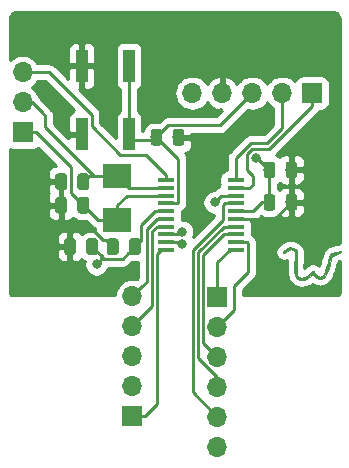
<source format=gbr>
G04 #@! TF.GenerationSoftware,KiCad,Pcbnew,5.1.2*
G04 #@! TF.CreationDate,2019-05-06T18:14:36-05:00*
G04 #@! TF.ProjectId,STM32F030Minimal,53544d33-3246-4303-9330-4d696e696d61,rev?*
G04 #@! TF.SameCoordinates,Original*
G04 #@! TF.FileFunction,Copper,L1,Top*
G04 #@! TF.FilePolarity,Positive*
%FSLAX46Y46*%
G04 Gerber Fmt 4.6, Leading zero omitted, Abs format (unit mm)*
G04 Created by KiCad (PCBNEW 5.1.2) date 2019-05-06 18:14:36*
%MOMM*%
%LPD*%
G04 APERTURE LIST*
%ADD10C,0.010000*%
%ADD11C,0.100000*%
%ADD12C,0.975000*%
%ADD13R,1.700000X1.700000*%
%ADD14O,1.700000X1.700000*%
%ADD15R,1.000000X2.800000*%
%ADD16R,1.450000X0.450000*%
%ADD17R,2.400000X2.000000*%
%ADD18C,0.800000*%
%ADD19C,0.250000*%
%ADD20C,0.254000*%
G04 APERTURE END LIST*
D10*
G36*
X169619413Y-73579101D02*
G01*
X169802476Y-73671441D01*
X169938408Y-73805243D01*
X169945789Y-73816445D01*
X169984296Y-73886560D01*
X170005787Y-73961161D01*
X170012260Y-74061906D01*
X170005713Y-74210454D01*
X169994912Y-74349000D01*
X169981318Y-74557176D01*
X169970127Y-74815106D01*
X169962606Y-75087886D01*
X169960038Y-75309064D01*
X169960779Y-75541042D01*
X169965613Y-75705025D01*
X169976695Y-75817664D01*
X169996180Y-75895610D01*
X170026225Y-75955512D01*
X170047732Y-75986397D01*
X170133602Y-76071274D01*
X170247178Y-76111004D01*
X170320016Y-76119227D01*
X170567890Y-76100096D01*
X170795719Y-76002890D01*
X171009344Y-75824818D01*
X171064224Y-75763825D01*
X171168892Y-75650241D01*
X171259066Y-75568178D01*
X171316141Y-75534453D01*
X171318112Y-75534334D01*
X171373755Y-75567452D01*
X171447182Y-75651096D01*
X171479505Y-75698393D01*
X171626869Y-75889127D01*
X171776913Y-76003226D01*
X171924284Y-76039020D01*
X172063631Y-75994837D01*
X172157971Y-75910223D01*
X172238653Y-75801415D01*
X172308934Y-75673458D01*
X172376082Y-75509221D01*
X172447364Y-75291574D01*
X172505985Y-75089834D01*
X172565450Y-74879010D01*
X172627683Y-74659557D01*
X172681333Y-74471471D01*
X172692246Y-74433442D01*
X172771416Y-74158050D01*
X173199565Y-73994582D01*
X173417567Y-73915972D01*
X173565998Y-73873703D01*
X173651001Y-73866227D01*
X173672145Y-73875545D01*
X173702677Y-73934474D01*
X173669740Y-73994145D01*
X173567286Y-74059634D01*
X173389270Y-74136021D01*
X173339887Y-74154600D01*
X173180263Y-74216840D01*
X173049296Y-74273866D01*
X172969270Y-74315783D01*
X172958527Y-74323933D01*
X172930315Y-74380037D01*
X172886526Y-74501746D01*
X172832553Y-74672637D01*
X172773790Y-74876288D01*
X172757251Y-74936804D01*
X172646737Y-75318610D01*
X172540651Y-75623568D01*
X172434846Y-75859062D01*
X172325173Y-76032475D01*
X172207485Y-76151190D01*
X172077635Y-76222591D01*
X172026069Y-76238398D01*
X171852379Y-76241191D01*
X171668574Y-76174646D01*
X171496259Y-76047924D01*
X171442569Y-75990944D01*
X171291511Y-75814467D01*
X171121542Y-75991355D01*
X170937034Y-76157866D01*
X170753712Y-76260737D01*
X170540918Y-76314778D01*
X170426413Y-76327186D01*
X170268971Y-76333485D01*
X170159906Y-76317957D01*
X170064244Y-76273620D01*
X170022334Y-76246552D01*
X169894087Y-76118677D01*
X169802698Y-75931493D01*
X169747655Y-75681317D01*
X169728449Y-75364461D01*
X169744569Y-74977242D01*
X169789182Y-74563076D01*
X169817945Y-74311873D01*
X169825189Y-74128459D01*
X169807137Y-73997833D01*
X169760009Y-73904997D01*
X169680027Y-73834951D01*
X169593702Y-73787122D01*
X169448658Y-73742101D01*
X169310297Y-73760585D01*
X169162541Y-73847350D01*
X169046579Y-73949650D01*
X168951116Y-74035110D01*
X168888509Y-74065811D01*
X168836292Y-74051090D01*
X168823527Y-74042361D01*
X168776073Y-73997661D01*
X168782352Y-73948669D01*
X168820525Y-73889482D01*
X168929960Y-73776072D01*
X169082501Y-73669287D01*
X169247405Y-73586782D01*
X169393928Y-73546212D01*
X169420974Y-73544667D01*
X169619413Y-73579101D01*
X169619413Y-73579101D01*
G37*
X169619413Y-73579101D02*
X169802476Y-73671441D01*
X169938408Y-73805243D01*
X169945789Y-73816445D01*
X169984296Y-73886560D01*
X170005787Y-73961161D01*
X170012260Y-74061906D01*
X170005713Y-74210454D01*
X169994912Y-74349000D01*
X169981318Y-74557176D01*
X169970127Y-74815106D01*
X169962606Y-75087886D01*
X169960038Y-75309064D01*
X169960779Y-75541042D01*
X169965613Y-75705025D01*
X169976695Y-75817664D01*
X169996180Y-75895610D01*
X170026225Y-75955512D01*
X170047732Y-75986397D01*
X170133602Y-76071274D01*
X170247178Y-76111004D01*
X170320016Y-76119227D01*
X170567890Y-76100096D01*
X170795719Y-76002890D01*
X171009344Y-75824818D01*
X171064224Y-75763825D01*
X171168892Y-75650241D01*
X171259066Y-75568178D01*
X171316141Y-75534453D01*
X171318112Y-75534334D01*
X171373755Y-75567452D01*
X171447182Y-75651096D01*
X171479505Y-75698393D01*
X171626869Y-75889127D01*
X171776913Y-76003226D01*
X171924284Y-76039020D01*
X172063631Y-75994837D01*
X172157971Y-75910223D01*
X172238653Y-75801415D01*
X172308934Y-75673458D01*
X172376082Y-75509221D01*
X172447364Y-75291574D01*
X172505985Y-75089834D01*
X172565450Y-74879010D01*
X172627683Y-74659557D01*
X172681333Y-74471471D01*
X172692246Y-74433442D01*
X172771416Y-74158050D01*
X173199565Y-73994582D01*
X173417567Y-73915972D01*
X173565998Y-73873703D01*
X173651001Y-73866227D01*
X173672145Y-73875545D01*
X173702677Y-73934474D01*
X173669740Y-73994145D01*
X173567286Y-74059634D01*
X173389270Y-74136021D01*
X173339887Y-74154600D01*
X173180263Y-74216840D01*
X173049296Y-74273866D01*
X172969270Y-74315783D01*
X172958527Y-74323933D01*
X172930315Y-74380037D01*
X172886526Y-74501746D01*
X172832553Y-74672637D01*
X172773790Y-74876288D01*
X172757251Y-74936804D01*
X172646737Y-75318610D01*
X172540651Y-75623568D01*
X172434846Y-75859062D01*
X172325173Y-76032475D01*
X172207485Y-76151190D01*
X172077635Y-76222591D01*
X172026069Y-76238398D01*
X171852379Y-76241191D01*
X171668574Y-76174646D01*
X171496259Y-76047924D01*
X171442569Y-75990944D01*
X171291511Y-75814467D01*
X171121542Y-75991355D01*
X170937034Y-76157866D01*
X170753712Y-76260737D01*
X170540918Y-76314778D01*
X170426413Y-76327186D01*
X170268971Y-76333485D01*
X170159906Y-76317957D01*
X170064244Y-76273620D01*
X170022334Y-76246552D01*
X169894087Y-76118677D01*
X169802698Y-75931493D01*
X169747655Y-75681317D01*
X169728449Y-75364461D01*
X169744569Y-74977242D01*
X169789182Y-74563076D01*
X169817945Y-74311873D01*
X169825189Y-74128459D01*
X169807137Y-73997833D01*
X169760009Y-73904997D01*
X169680027Y-73834951D01*
X169593702Y-73787122D01*
X169448658Y-73742101D01*
X169310297Y-73760585D01*
X169162541Y-73847350D01*
X169046579Y-73949650D01*
X168951116Y-74035110D01*
X168888509Y-74065811D01*
X168836292Y-74051090D01*
X168823527Y-74042361D01*
X168776073Y-73997661D01*
X168782352Y-73948669D01*
X168820525Y-73889482D01*
X168929960Y-73776072D01*
X169082501Y-73669287D01*
X169247405Y-73586782D01*
X169393928Y-73546212D01*
X169420974Y-73544667D01*
X169619413Y-73579101D01*
D11*
G36*
X150267642Y-67301174D02*
G01*
X150291303Y-67304684D01*
X150314507Y-67310496D01*
X150337029Y-67318554D01*
X150358653Y-67328782D01*
X150379170Y-67341079D01*
X150398383Y-67355329D01*
X150416107Y-67371393D01*
X150432171Y-67389117D01*
X150446421Y-67408330D01*
X150458718Y-67428847D01*
X150468946Y-67450471D01*
X150477004Y-67472993D01*
X150482816Y-67496197D01*
X150486326Y-67519858D01*
X150487500Y-67543750D01*
X150487500Y-68456250D01*
X150486326Y-68480142D01*
X150482816Y-68503803D01*
X150477004Y-68527007D01*
X150468946Y-68549529D01*
X150458718Y-68571153D01*
X150446421Y-68591670D01*
X150432171Y-68610883D01*
X150416107Y-68628607D01*
X150398383Y-68644671D01*
X150379170Y-68658921D01*
X150358653Y-68671218D01*
X150337029Y-68681446D01*
X150314507Y-68689504D01*
X150291303Y-68695316D01*
X150267642Y-68698826D01*
X150243750Y-68700000D01*
X149756250Y-68700000D01*
X149732358Y-68698826D01*
X149708697Y-68695316D01*
X149685493Y-68689504D01*
X149662971Y-68681446D01*
X149641347Y-68671218D01*
X149620830Y-68658921D01*
X149601617Y-68644671D01*
X149583893Y-68628607D01*
X149567829Y-68610883D01*
X149553579Y-68591670D01*
X149541282Y-68571153D01*
X149531054Y-68549529D01*
X149522996Y-68527007D01*
X149517184Y-68503803D01*
X149513674Y-68480142D01*
X149512500Y-68456250D01*
X149512500Y-67543750D01*
X149513674Y-67519858D01*
X149517184Y-67496197D01*
X149522996Y-67472993D01*
X149531054Y-67450471D01*
X149541282Y-67428847D01*
X149553579Y-67408330D01*
X149567829Y-67389117D01*
X149583893Y-67371393D01*
X149601617Y-67355329D01*
X149620830Y-67341079D01*
X149641347Y-67328782D01*
X149662971Y-67318554D01*
X149685493Y-67310496D01*
X149708697Y-67304684D01*
X149732358Y-67301174D01*
X149756250Y-67300000D01*
X150243750Y-67300000D01*
X150267642Y-67301174D01*
X150267642Y-67301174D01*
G37*
D12*
X150000000Y-68000000D03*
D11*
G36*
X152142642Y-67301174D02*
G01*
X152166303Y-67304684D01*
X152189507Y-67310496D01*
X152212029Y-67318554D01*
X152233653Y-67328782D01*
X152254170Y-67341079D01*
X152273383Y-67355329D01*
X152291107Y-67371393D01*
X152307171Y-67389117D01*
X152321421Y-67408330D01*
X152333718Y-67428847D01*
X152343946Y-67450471D01*
X152352004Y-67472993D01*
X152357816Y-67496197D01*
X152361326Y-67519858D01*
X152362500Y-67543750D01*
X152362500Y-68456250D01*
X152361326Y-68480142D01*
X152357816Y-68503803D01*
X152352004Y-68527007D01*
X152343946Y-68549529D01*
X152333718Y-68571153D01*
X152321421Y-68591670D01*
X152307171Y-68610883D01*
X152291107Y-68628607D01*
X152273383Y-68644671D01*
X152254170Y-68658921D01*
X152233653Y-68671218D01*
X152212029Y-68681446D01*
X152189507Y-68689504D01*
X152166303Y-68695316D01*
X152142642Y-68698826D01*
X152118750Y-68700000D01*
X151631250Y-68700000D01*
X151607358Y-68698826D01*
X151583697Y-68695316D01*
X151560493Y-68689504D01*
X151537971Y-68681446D01*
X151516347Y-68671218D01*
X151495830Y-68658921D01*
X151476617Y-68644671D01*
X151458893Y-68628607D01*
X151442829Y-68610883D01*
X151428579Y-68591670D01*
X151416282Y-68571153D01*
X151406054Y-68549529D01*
X151397996Y-68527007D01*
X151392184Y-68503803D01*
X151388674Y-68480142D01*
X151387500Y-68456250D01*
X151387500Y-67543750D01*
X151388674Y-67519858D01*
X151392184Y-67496197D01*
X151397996Y-67472993D01*
X151406054Y-67450471D01*
X151416282Y-67428847D01*
X151428579Y-67408330D01*
X151442829Y-67389117D01*
X151458893Y-67371393D01*
X151476617Y-67355329D01*
X151495830Y-67341079D01*
X151516347Y-67328782D01*
X151537971Y-67318554D01*
X151560493Y-67310496D01*
X151583697Y-67304684D01*
X151607358Y-67301174D01*
X151631250Y-67300000D01*
X152118750Y-67300000D01*
X152142642Y-67301174D01*
X152142642Y-67301174D01*
G37*
D12*
X151875000Y-68000000D03*
D11*
G36*
X152142642Y-69301174D02*
G01*
X152166303Y-69304684D01*
X152189507Y-69310496D01*
X152212029Y-69318554D01*
X152233653Y-69328782D01*
X152254170Y-69341079D01*
X152273383Y-69355329D01*
X152291107Y-69371393D01*
X152307171Y-69389117D01*
X152321421Y-69408330D01*
X152333718Y-69428847D01*
X152343946Y-69450471D01*
X152352004Y-69472993D01*
X152357816Y-69496197D01*
X152361326Y-69519858D01*
X152362500Y-69543750D01*
X152362500Y-70456250D01*
X152361326Y-70480142D01*
X152357816Y-70503803D01*
X152352004Y-70527007D01*
X152343946Y-70549529D01*
X152333718Y-70571153D01*
X152321421Y-70591670D01*
X152307171Y-70610883D01*
X152291107Y-70628607D01*
X152273383Y-70644671D01*
X152254170Y-70658921D01*
X152233653Y-70671218D01*
X152212029Y-70681446D01*
X152189507Y-70689504D01*
X152166303Y-70695316D01*
X152142642Y-70698826D01*
X152118750Y-70700000D01*
X151631250Y-70700000D01*
X151607358Y-70698826D01*
X151583697Y-70695316D01*
X151560493Y-70689504D01*
X151537971Y-70681446D01*
X151516347Y-70671218D01*
X151495830Y-70658921D01*
X151476617Y-70644671D01*
X151458893Y-70628607D01*
X151442829Y-70610883D01*
X151428579Y-70591670D01*
X151416282Y-70571153D01*
X151406054Y-70549529D01*
X151397996Y-70527007D01*
X151392184Y-70503803D01*
X151388674Y-70480142D01*
X151387500Y-70456250D01*
X151387500Y-69543750D01*
X151388674Y-69519858D01*
X151392184Y-69496197D01*
X151397996Y-69472993D01*
X151406054Y-69450471D01*
X151416282Y-69428847D01*
X151428579Y-69408330D01*
X151442829Y-69389117D01*
X151458893Y-69371393D01*
X151476617Y-69355329D01*
X151495830Y-69341079D01*
X151516347Y-69328782D01*
X151537971Y-69318554D01*
X151560493Y-69310496D01*
X151583697Y-69304684D01*
X151607358Y-69301174D01*
X151631250Y-69300000D01*
X152118750Y-69300000D01*
X152142642Y-69301174D01*
X152142642Y-69301174D01*
G37*
D12*
X151875000Y-70000000D03*
D11*
G36*
X150267642Y-69301174D02*
G01*
X150291303Y-69304684D01*
X150314507Y-69310496D01*
X150337029Y-69318554D01*
X150358653Y-69328782D01*
X150379170Y-69341079D01*
X150398383Y-69355329D01*
X150416107Y-69371393D01*
X150432171Y-69389117D01*
X150446421Y-69408330D01*
X150458718Y-69428847D01*
X150468946Y-69450471D01*
X150477004Y-69472993D01*
X150482816Y-69496197D01*
X150486326Y-69519858D01*
X150487500Y-69543750D01*
X150487500Y-70456250D01*
X150486326Y-70480142D01*
X150482816Y-70503803D01*
X150477004Y-70527007D01*
X150468946Y-70549529D01*
X150458718Y-70571153D01*
X150446421Y-70591670D01*
X150432171Y-70610883D01*
X150416107Y-70628607D01*
X150398383Y-70644671D01*
X150379170Y-70658921D01*
X150358653Y-70671218D01*
X150337029Y-70681446D01*
X150314507Y-70689504D01*
X150291303Y-70695316D01*
X150267642Y-70698826D01*
X150243750Y-70700000D01*
X149756250Y-70700000D01*
X149732358Y-70698826D01*
X149708697Y-70695316D01*
X149685493Y-70689504D01*
X149662971Y-70681446D01*
X149641347Y-70671218D01*
X149620830Y-70658921D01*
X149601617Y-70644671D01*
X149583893Y-70628607D01*
X149567829Y-70610883D01*
X149553579Y-70591670D01*
X149541282Y-70571153D01*
X149531054Y-70549529D01*
X149522996Y-70527007D01*
X149517184Y-70503803D01*
X149513674Y-70480142D01*
X149512500Y-70456250D01*
X149512500Y-69543750D01*
X149513674Y-69519858D01*
X149517184Y-69496197D01*
X149522996Y-69472993D01*
X149531054Y-69450471D01*
X149541282Y-69428847D01*
X149553579Y-69408330D01*
X149567829Y-69389117D01*
X149583893Y-69371393D01*
X149601617Y-69355329D01*
X149620830Y-69341079D01*
X149641347Y-69328782D01*
X149662971Y-69318554D01*
X149685493Y-69310496D01*
X149708697Y-69304684D01*
X149732358Y-69301174D01*
X149756250Y-69300000D01*
X150243750Y-69300000D01*
X150267642Y-69301174D01*
X150267642Y-69301174D01*
G37*
D12*
X150000000Y-70000000D03*
D11*
G36*
X160205142Y-63551174D02*
G01*
X160228803Y-63554684D01*
X160252007Y-63560496D01*
X160274529Y-63568554D01*
X160296153Y-63578782D01*
X160316670Y-63591079D01*
X160335883Y-63605329D01*
X160353607Y-63621393D01*
X160369671Y-63639117D01*
X160383921Y-63658330D01*
X160396218Y-63678847D01*
X160406446Y-63700471D01*
X160414504Y-63722993D01*
X160420316Y-63746197D01*
X160423826Y-63769858D01*
X160425000Y-63793750D01*
X160425000Y-64706250D01*
X160423826Y-64730142D01*
X160420316Y-64753803D01*
X160414504Y-64777007D01*
X160406446Y-64799529D01*
X160396218Y-64821153D01*
X160383921Y-64841670D01*
X160369671Y-64860883D01*
X160353607Y-64878607D01*
X160335883Y-64894671D01*
X160316670Y-64908921D01*
X160296153Y-64921218D01*
X160274529Y-64931446D01*
X160252007Y-64939504D01*
X160228803Y-64945316D01*
X160205142Y-64948826D01*
X160181250Y-64950000D01*
X159693750Y-64950000D01*
X159669858Y-64948826D01*
X159646197Y-64945316D01*
X159622993Y-64939504D01*
X159600471Y-64931446D01*
X159578847Y-64921218D01*
X159558330Y-64908921D01*
X159539117Y-64894671D01*
X159521393Y-64878607D01*
X159505329Y-64860883D01*
X159491079Y-64841670D01*
X159478782Y-64821153D01*
X159468554Y-64799529D01*
X159460496Y-64777007D01*
X159454684Y-64753803D01*
X159451174Y-64730142D01*
X159450000Y-64706250D01*
X159450000Y-63793750D01*
X159451174Y-63769858D01*
X159454684Y-63746197D01*
X159460496Y-63722993D01*
X159468554Y-63700471D01*
X159478782Y-63678847D01*
X159491079Y-63658330D01*
X159505329Y-63639117D01*
X159521393Y-63621393D01*
X159539117Y-63605329D01*
X159558330Y-63591079D01*
X159578847Y-63578782D01*
X159600471Y-63568554D01*
X159622993Y-63560496D01*
X159646197Y-63554684D01*
X159669858Y-63551174D01*
X159693750Y-63550000D01*
X160181250Y-63550000D01*
X160205142Y-63551174D01*
X160205142Y-63551174D01*
G37*
D12*
X159937500Y-64250000D03*
D11*
G36*
X158330142Y-63551174D02*
G01*
X158353803Y-63554684D01*
X158377007Y-63560496D01*
X158399529Y-63568554D01*
X158421153Y-63578782D01*
X158441670Y-63591079D01*
X158460883Y-63605329D01*
X158478607Y-63621393D01*
X158494671Y-63639117D01*
X158508921Y-63658330D01*
X158521218Y-63678847D01*
X158531446Y-63700471D01*
X158539504Y-63722993D01*
X158545316Y-63746197D01*
X158548826Y-63769858D01*
X158550000Y-63793750D01*
X158550000Y-64706250D01*
X158548826Y-64730142D01*
X158545316Y-64753803D01*
X158539504Y-64777007D01*
X158531446Y-64799529D01*
X158521218Y-64821153D01*
X158508921Y-64841670D01*
X158494671Y-64860883D01*
X158478607Y-64878607D01*
X158460883Y-64894671D01*
X158441670Y-64908921D01*
X158421153Y-64921218D01*
X158399529Y-64931446D01*
X158377007Y-64939504D01*
X158353803Y-64945316D01*
X158330142Y-64948826D01*
X158306250Y-64950000D01*
X157818750Y-64950000D01*
X157794858Y-64948826D01*
X157771197Y-64945316D01*
X157747993Y-64939504D01*
X157725471Y-64931446D01*
X157703847Y-64921218D01*
X157683330Y-64908921D01*
X157664117Y-64894671D01*
X157646393Y-64878607D01*
X157630329Y-64860883D01*
X157616079Y-64841670D01*
X157603782Y-64821153D01*
X157593554Y-64799529D01*
X157585496Y-64777007D01*
X157579684Y-64753803D01*
X157576174Y-64730142D01*
X157575000Y-64706250D01*
X157575000Y-63793750D01*
X157576174Y-63769858D01*
X157579684Y-63746197D01*
X157585496Y-63722993D01*
X157593554Y-63700471D01*
X157603782Y-63678847D01*
X157616079Y-63658330D01*
X157630329Y-63639117D01*
X157646393Y-63621393D01*
X157664117Y-63605329D01*
X157683330Y-63591079D01*
X157703847Y-63578782D01*
X157725471Y-63568554D01*
X157747993Y-63560496D01*
X157771197Y-63554684D01*
X157794858Y-63551174D01*
X157818750Y-63550000D01*
X158306250Y-63550000D01*
X158330142Y-63551174D01*
X158330142Y-63551174D01*
G37*
D12*
X158062500Y-64250000D03*
D11*
G36*
X169767642Y-69051174D02*
G01*
X169791303Y-69054684D01*
X169814507Y-69060496D01*
X169837029Y-69068554D01*
X169858653Y-69078782D01*
X169879170Y-69091079D01*
X169898383Y-69105329D01*
X169916107Y-69121393D01*
X169932171Y-69139117D01*
X169946421Y-69158330D01*
X169958718Y-69178847D01*
X169968946Y-69200471D01*
X169977004Y-69222993D01*
X169982816Y-69246197D01*
X169986326Y-69269858D01*
X169987500Y-69293750D01*
X169987500Y-70206250D01*
X169986326Y-70230142D01*
X169982816Y-70253803D01*
X169977004Y-70277007D01*
X169968946Y-70299529D01*
X169958718Y-70321153D01*
X169946421Y-70341670D01*
X169932171Y-70360883D01*
X169916107Y-70378607D01*
X169898383Y-70394671D01*
X169879170Y-70408921D01*
X169858653Y-70421218D01*
X169837029Y-70431446D01*
X169814507Y-70439504D01*
X169791303Y-70445316D01*
X169767642Y-70448826D01*
X169743750Y-70450000D01*
X169256250Y-70450000D01*
X169232358Y-70448826D01*
X169208697Y-70445316D01*
X169185493Y-70439504D01*
X169162971Y-70431446D01*
X169141347Y-70421218D01*
X169120830Y-70408921D01*
X169101617Y-70394671D01*
X169083893Y-70378607D01*
X169067829Y-70360883D01*
X169053579Y-70341670D01*
X169041282Y-70321153D01*
X169031054Y-70299529D01*
X169022996Y-70277007D01*
X169017184Y-70253803D01*
X169013674Y-70230142D01*
X169012500Y-70206250D01*
X169012500Y-69293750D01*
X169013674Y-69269858D01*
X169017184Y-69246197D01*
X169022996Y-69222993D01*
X169031054Y-69200471D01*
X169041282Y-69178847D01*
X169053579Y-69158330D01*
X169067829Y-69139117D01*
X169083893Y-69121393D01*
X169101617Y-69105329D01*
X169120830Y-69091079D01*
X169141347Y-69078782D01*
X169162971Y-69068554D01*
X169185493Y-69060496D01*
X169208697Y-69054684D01*
X169232358Y-69051174D01*
X169256250Y-69050000D01*
X169743750Y-69050000D01*
X169767642Y-69051174D01*
X169767642Y-69051174D01*
G37*
D12*
X169500000Y-69750000D03*
D11*
G36*
X167892642Y-69051174D02*
G01*
X167916303Y-69054684D01*
X167939507Y-69060496D01*
X167962029Y-69068554D01*
X167983653Y-69078782D01*
X168004170Y-69091079D01*
X168023383Y-69105329D01*
X168041107Y-69121393D01*
X168057171Y-69139117D01*
X168071421Y-69158330D01*
X168083718Y-69178847D01*
X168093946Y-69200471D01*
X168102004Y-69222993D01*
X168107816Y-69246197D01*
X168111326Y-69269858D01*
X168112500Y-69293750D01*
X168112500Y-70206250D01*
X168111326Y-70230142D01*
X168107816Y-70253803D01*
X168102004Y-70277007D01*
X168093946Y-70299529D01*
X168083718Y-70321153D01*
X168071421Y-70341670D01*
X168057171Y-70360883D01*
X168041107Y-70378607D01*
X168023383Y-70394671D01*
X168004170Y-70408921D01*
X167983653Y-70421218D01*
X167962029Y-70431446D01*
X167939507Y-70439504D01*
X167916303Y-70445316D01*
X167892642Y-70448826D01*
X167868750Y-70450000D01*
X167381250Y-70450000D01*
X167357358Y-70448826D01*
X167333697Y-70445316D01*
X167310493Y-70439504D01*
X167287971Y-70431446D01*
X167266347Y-70421218D01*
X167245830Y-70408921D01*
X167226617Y-70394671D01*
X167208893Y-70378607D01*
X167192829Y-70360883D01*
X167178579Y-70341670D01*
X167166282Y-70321153D01*
X167156054Y-70299529D01*
X167147996Y-70277007D01*
X167142184Y-70253803D01*
X167138674Y-70230142D01*
X167137500Y-70206250D01*
X167137500Y-69293750D01*
X167138674Y-69269858D01*
X167142184Y-69246197D01*
X167147996Y-69222993D01*
X167156054Y-69200471D01*
X167166282Y-69178847D01*
X167178579Y-69158330D01*
X167192829Y-69139117D01*
X167208893Y-69121393D01*
X167226617Y-69105329D01*
X167245830Y-69091079D01*
X167266347Y-69078782D01*
X167287971Y-69068554D01*
X167310493Y-69060496D01*
X167333697Y-69054684D01*
X167357358Y-69051174D01*
X167381250Y-69050000D01*
X167868750Y-69050000D01*
X167892642Y-69051174D01*
X167892642Y-69051174D01*
G37*
D12*
X167625000Y-69750000D03*
D11*
G36*
X167892642Y-66301174D02*
G01*
X167916303Y-66304684D01*
X167939507Y-66310496D01*
X167962029Y-66318554D01*
X167983653Y-66328782D01*
X168004170Y-66341079D01*
X168023383Y-66355329D01*
X168041107Y-66371393D01*
X168057171Y-66389117D01*
X168071421Y-66408330D01*
X168083718Y-66428847D01*
X168093946Y-66450471D01*
X168102004Y-66472993D01*
X168107816Y-66496197D01*
X168111326Y-66519858D01*
X168112500Y-66543750D01*
X168112500Y-67456250D01*
X168111326Y-67480142D01*
X168107816Y-67503803D01*
X168102004Y-67527007D01*
X168093946Y-67549529D01*
X168083718Y-67571153D01*
X168071421Y-67591670D01*
X168057171Y-67610883D01*
X168041107Y-67628607D01*
X168023383Y-67644671D01*
X168004170Y-67658921D01*
X167983653Y-67671218D01*
X167962029Y-67681446D01*
X167939507Y-67689504D01*
X167916303Y-67695316D01*
X167892642Y-67698826D01*
X167868750Y-67700000D01*
X167381250Y-67700000D01*
X167357358Y-67698826D01*
X167333697Y-67695316D01*
X167310493Y-67689504D01*
X167287971Y-67681446D01*
X167266347Y-67671218D01*
X167245830Y-67658921D01*
X167226617Y-67644671D01*
X167208893Y-67628607D01*
X167192829Y-67610883D01*
X167178579Y-67591670D01*
X167166282Y-67571153D01*
X167156054Y-67549529D01*
X167147996Y-67527007D01*
X167142184Y-67503803D01*
X167138674Y-67480142D01*
X167137500Y-67456250D01*
X167137500Y-66543750D01*
X167138674Y-66519858D01*
X167142184Y-66496197D01*
X167147996Y-66472993D01*
X167156054Y-66450471D01*
X167166282Y-66428847D01*
X167178579Y-66408330D01*
X167192829Y-66389117D01*
X167208893Y-66371393D01*
X167226617Y-66355329D01*
X167245830Y-66341079D01*
X167266347Y-66328782D01*
X167287971Y-66318554D01*
X167310493Y-66310496D01*
X167333697Y-66304684D01*
X167357358Y-66301174D01*
X167381250Y-66300000D01*
X167868750Y-66300000D01*
X167892642Y-66301174D01*
X167892642Y-66301174D01*
G37*
D12*
X167625000Y-67000000D03*
D11*
G36*
X169767642Y-66301174D02*
G01*
X169791303Y-66304684D01*
X169814507Y-66310496D01*
X169837029Y-66318554D01*
X169858653Y-66328782D01*
X169879170Y-66341079D01*
X169898383Y-66355329D01*
X169916107Y-66371393D01*
X169932171Y-66389117D01*
X169946421Y-66408330D01*
X169958718Y-66428847D01*
X169968946Y-66450471D01*
X169977004Y-66472993D01*
X169982816Y-66496197D01*
X169986326Y-66519858D01*
X169987500Y-66543750D01*
X169987500Y-67456250D01*
X169986326Y-67480142D01*
X169982816Y-67503803D01*
X169977004Y-67527007D01*
X169968946Y-67549529D01*
X169958718Y-67571153D01*
X169946421Y-67591670D01*
X169932171Y-67610883D01*
X169916107Y-67628607D01*
X169898383Y-67644671D01*
X169879170Y-67658921D01*
X169858653Y-67671218D01*
X169837029Y-67681446D01*
X169814507Y-67689504D01*
X169791303Y-67695316D01*
X169767642Y-67698826D01*
X169743750Y-67700000D01*
X169256250Y-67700000D01*
X169232358Y-67698826D01*
X169208697Y-67695316D01*
X169185493Y-67689504D01*
X169162971Y-67681446D01*
X169141347Y-67671218D01*
X169120830Y-67658921D01*
X169101617Y-67644671D01*
X169083893Y-67628607D01*
X169067829Y-67610883D01*
X169053579Y-67591670D01*
X169041282Y-67571153D01*
X169031054Y-67549529D01*
X169022996Y-67527007D01*
X169017184Y-67503803D01*
X169013674Y-67480142D01*
X169012500Y-67456250D01*
X169012500Y-66543750D01*
X169013674Y-66519858D01*
X169017184Y-66496197D01*
X169022996Y-66472993D01*
X169031054Y-66450471D01*
X169041282Y-66428847D01*
X169053579Y-66408330D01*
X169067829Y-66389117D01*
X169083893Y-66371393D01*
X169101617Y-66355329D01*
X169120830Y-66341079D01*
X169141347Y-66328782D01*
X169162971Y-66318554D01*
X169185493Y-66310496D01*
X169208697Y-66304684D01*
X169232358Y-66301174D01*
X169256250Y-66300000D01*
X169743750Y-66300000D01*
X169767642Y-66301174D01*
X169767642Y-66301174D01*
G37*
D12*
X169500000Y-67000000D03*
D11*
G36*
X154642642Y-72801174D02*
G01*
X154666303Y-72804684D01*
X154689507Y-72810496D01*
X154712029Y-72818554D01*
X154733653Y-72828782D01*
X154754170Y-72841079D01*
X154773383Y-72855329D01*
X154791107Y-72871393D01*
X154807171Y-72889117D01*
X154821421Y-72908330D01*
X154833718Y-72928847D01*
X154843946Y-72950471D01*
X154852004Y-72972993D01*
X154857816Y-72996197D01*
X154861326Y-73019858D01*
X154862500Y-73043750D01*
X154862500Y-73956250D01*
X154861326Y-73980142D01*
X154857816Y-74003803D01*
X154852004Y-74027007D01*
X154843946Y-74049529D01*
X154833718Y-74071153D01*
X154821421Y-74091670D01*
X154807171Y-74110883D01*
X154791107Y-74128607D01*
X154773383Y-74144671D01*
X154754170Y-74158921D01*
X154733653Y-74171218D01*
X154712029Y-74181446D01*
X154689507Y-74189504D01*
X154666303Y-74195316D01*
X154642642Y-74198826D01*
X154618750Y-74200000D01*
X154131250Y-74200000D01*
X154107358Y-74198826D01*
X154083697Y-74195316D01*
X154060493Y-74189504D01*
X154037971Y-74181446D01*
X154016347Y-74171218D01*
X153995830Y-74158921D01*
X153976617Y-74144671D01*
X153958893Y-74128607D01*
X153942829Y-74110883D01*
X153928579Y-74091670D01*
X153916282Y-74071153D01*
X153906054Y-74049529D01*
X153897996Y-74027007D01*
X153892184Y-74003803D01*
X153888674Y-73980142D01*
X153887500Y-73956250D01*
X153887500Y-73043750D01*
X153888674Y-73019858D01*
X153892184Y-72996197D01*
X153897996Y-72972993D01*
X153906054Y-72950471D01*
X153916282Y-72928847D01*
X153928579Y-72908330D01*
X153942829Y-72889117D01*
X153958893Y-72871393D01*
X153976617Y-72855329D01*
X153995830Y-72841079D01*
X154016347Y-72828782D01*
X154037971Y-72818554D01*
X154060493Y-72810496D01*
X154083697Y-72804684D01*
X154107358Y-72801174D01*
X154131250Y-72800000D01*
X154618750Y-72800000D01*
X154642642Y-72801174D01*
X154642642Y-72801174D01*
G37*
D12*
X154375000Y-73500000D03*
D11*
G36*
X156517642Y-72801174D02*
G01*
X156541303Y-72804684D01*
X156564507Y-72810496D01*
X156587029Y-72818554D01*
X156608653Y-72828782D01*
X156629170Y-72841079D01*
X156648383Y-72855329D01*
X156666107Y-72871393D01*
X156682171Y-72889117D01*
X156696421Y-72908330D01*
X156708718Y-72928847D01*
X156718946Y-72950471D01*
X156727004Y-72972993D01*
X156732816Y-72996197D01*
X156736326Y-73019858D01*
X156737500Y-73043750D01*
X156737500Y-73956250D01*
X156736326Y-73980142D01*
X156732816Y-74003803D01*
X156727004Y-74027007D01*
X156718946Y-74049529D01*
X156708718Y-74071153D01*
X156696421Y-74091670D01*
X156682171Y-74110883D01*
X156666107Y-74128607D01*
X156648383Y-74144671D01*
X156629170Y-74158921D01*
X156608653Y-74171218D01*
X156587029Y-74181446D01*
X156564507Y-74189504D01*
X156541303Y-74195316D01*
X156517642Y-74198826D01*
X156493750Y-74200000D01*
X156006250Y-74200000D01*
X155982358Y-74198826D01*
X155958697Y-74195316D01*
X155935493Y-74189504D01*
X155912971Y-74181446D01*
X155891347Y-74171218D01*
X155870830Y-74158921D01*
X155851617Y-74144671D01*
X155833893Y-74128607D01*
X155817829Y-74110883D01*
X155803579Y-74091670D01*
X155791282Y-74071153D01*
X155781054Y-74049529D01*
X155772996Y-74027007D01*
X155767184Y-74003803D01*
X155763674Y-73980142D01*
X155762500Y-73956250D01*
X155762500Y-73043750D01*
X155763674Y-73019858D01*
X155767184Y-72996197D01*
X155772996Y-72972993D01*
X155781054Y-72950471D01*
X155791282Y-72928847D01*
X155803579Y-72908330D01*
X155817829Y-72889117D01*
X155833893Y-72871393D01*
X155851617Y-72855329D01*
X155870830Y-72841079D01*
X155891347Y-72828782D01*
X155912971Y-72818554D01*
X155935493Y-72810496D01*
X155958697Y-72804684D01*
X155982358Y-72801174D01*
X156006250Y-72800000D01*
X156493750Y-72800000D01*
X156517642Y-72801174D01*
X156517642Y-72801174D01*
G37*
D12*
X156250000Y-73500000D03*
D11*
G36*
X152892642Y-72801174D02*
G01*
X152916303Y-72804684D01*
X152939507Y-72810496D01*
X152962029Y-72818554D01*
X152983653Y-72828782D01*
X153004170Y-72841079D01*
X153023383Y-72855329D01*
X153041107Y-72871393D01*
X153057171Y-72889117D01*
X153071421Y-72908330D01*
X153083718Y-72928847D01*
X153093946Y-72950471D01*
X153102004Y-72972993D01*
X153107816Y-72996197D01*
X153111326Y-73019858D01*
X153112500Y-73043750D01*
X153112500Y-73956250D01*
X153111326Y-73980142D01*
X153107816Y-74003803D01*
X153102004Y-74027007D01*
X153093946Y-74049529D01*
X153083718Y-74071153D01*
X153071421Y-74091670D01*
X153057171Y-74110883D01*
X153041107Y-74128607D01*
X153023383Y-74144671D01*
X153004170Y-74158921D01*
X152983653Y-74171218D01*
X152962029Y-74181446D01*
X152939507Y-74189504D01*
X152916303Y-74195316D01*
X152892642Y-74198826D01*
X152868750Y-74200000D01*
X152381250Y-74200000D01*
X152357358Y-74198826D01*
X152333697Y-74195316D01*
X152310493Y-74189504D01*
X152287971Y-74181446D01*
X152266347Y-74171218D01*
X152245830Y-74158921D01*
X152226617Y-74144671D01*
X152208893Y-74128607D01*
X152192829Y-74110883D01*
X152178579Y-74091670D01*
X152166282Y-74071153D01*
X152156054Y-74049529D01*
X152147996Y-74027007D01*
X152142184Y-74003803D01*
X152138674Y-73980142D01*
X152137500Y-73956250D01*
X152137500Y-73043750D01*
X152138674Y-73019858D01*
X152142184Y-72996197D01*
X152147996Y-72972993D01*
X152156054Y-72950471D01*
X152166282Y-72928847D01*
X152178579Y-72908330D01*
X152192829Y-72889117D01*
X152208893Y-72871393D01*
X152226617Y-72855329D01*
X152245830Y-72841079D01*
X152266347Y-72828782D01*
X152287971Y-72818554D01*
X152310493Y-72810496D01*
X152333697Y-72804684D01*
X152357358Y-72801174D01*
X152381250Y-72800000D01*
X152868750Y-72800000D01*
X152892642Y-72801174D01*
X152892642Y-72801174D01*
G37*
D12*
X152625000Y-73500000D03*
D11*
G36*
X151017642Y-72801174D02*
G01*
X151041303Y-72804684D01*
X151064507Y-72810496D01*
X151087029Y-72818554D01*
X151108653Y-72828782D01*
X151129170Y-72841079D01*
X151148383Y-72855329D01*
X151166107Y-72871393D01*
X151182171Y-72889117D01*
X151196421Y-72908330D01*
X151208718Y-72928847D01*
X151218946Y-72950471D01*
X151227004Y-72972993D01*
X151232816Y-72996197D01*
X151236326Y-73019858D01*
X151237500Y-73043750D01*
X151237500Y-73956250D01*
X151236326Y-73980142D01*
X151232816Y-74003803D01*
X151227004Y-74027007D01*
X151218946Y-74049529D01*
X151208718Y-74071153D01*
X151196421Y-74091670D01*
X151182171Y-74110883D01*
X151166107Y-74128607D01*
X151148383Y-74144671D01*
X151129170Y-74158921D01*
X151108653Y-74171218D01*
X151087029Y-74181446D01*
X151064507Y-74189504D01*
X151041303Y-74195316D01*
X151017642Y-74198826D01*
X150993750Y-74200000D01*
X150506250Y-74200000D01*
X150482358Y-74198826D01*
X150458697Y-74195316D01*
X150435493Y-74189504D01*
X150412971Y-74181446D01*
X150391347Y-74171218D01*
X150370830Y-74158921D01*
X150351617Y-74144671D01*
X150333893Y-74128607D01*
X150317829Y-74110883D01*
X150303579Y-74091670D01*
X150291282Y-74071153D01*
X150281054Y-74049529D01*
X150272996Y-74027007D01*
X150267184Y-74003803D01*
X150263674Y-73980142D01*
X150262500Y-73956250D01*
X150262500Y-73043750D01*
X150263674Y-73019858D01*
X150267184Y-72996197D01*
X150272996Y-72972993D01*
X150281054Y-72950471D01*
X150291282Y-72928847D01*
X150303579Y-72908330D01*
X150317829Y-72889117D01*
X150333893Y-72871393D01*
X150351617Y-72855329D01*
X150370830Y-72841079D01*
X150391347Y-72828782D01*
X150412971Y-72818554D01*
X150435493Y-72810496D01*
X150458697Y-72804684D01*
X150482358Y-72801174D01*
X150506250Y-72800000D01*
X150993750Y-72800000D01*
X151017642Y-72801174D01*
X151017642Y-72801174D01*
G37*
D12*
X150750000Y-73500000D03*
D13*
X146750000Y-63830000D03*
D14*
X146750000Y-61290000D03*
X146750000Y-58750000D03*
D13*
X156020000Y-87870000D03*
D14*
X156020000Y-85330000D03*
X156020000Y-82790000D03*
X156020000Y-80250000D03*
X156020000Y-77710000D03*
D13*
X163230000Y-77750000D03*
D14*
X163230000Y-80290000D03*
X163230000Y-82830000D03*
X163230000Y-85370000D03*
X163230000Y-87910000D03*
X163230000Y-90450000D03*
X161090000Y-60500000D03*
X163630000Y-60500000D03*
X166170000Y-60500000D03*
X168710000Y-60500000D03*
D13*
X171250000Y-60500000D03*
D15*
X155750000Y-58200000D03*
X155750000Y-64000000D03*
X151750000Y-58200000D03*
X151750000Y-64000000D03*
D16*
X158875001Y-67900001D03*
X158875001Y-68550001D03*
X158875001Y-69200001D03*
X158875001Y-69850001D03*
X158875001Y-70500001D03*
X158875001Y-71150001D03*
X158875001Y-71800001D03*
X158875001Y-72450001D03*
X158875001Y-73100001D03*
X158875001Y-73750001D03*
X164775001Y-73750001D03*
X164775001Y-73100001D03*
X164775001Y-72450001D03*
X164775001Y-71800001D03*
X164775001Y-71150001D03*
X164775001Y-70500001D03*
X164775001Y-69850001D03*
X164775001Y-69200001D03*
X164775001Y-68550001D03*
X164775001Y-67900001D03*
D17*
X154750000Y-67550000D03*
X154750000Y-71250000D03*
D18*
X149250000Y-61000000D03*
X161750000Y-64500000D03*
X161750000Y-70500000D03*
X147000000Y-68000000D03*
X147000000Y-76000000D03*
X168000000Y-76500000D03*
X172500000Y-71750000D03*
X166500000Y-66000000D03*
X153000000Y-75000000D03*
X160262653Y-73262653D03*
X160250000Y-72250000D03*
X163000000Y-69750000D03*
D19*
X168099999Y-71150001D02*
X169500000Y-69750000D01*
X164775001Y-71150001D02*
X168099999Y-71150001D01*
X153573113Y-72943763D02*
X152629350Y-72000000D01*
X154375000Y-73500000D02*
X153818763Y-72943763D01*
X153818763Y-72943763D02*
X153573113Y-72943763D01*
X152629350Y-72000000D02*
X151750000Y-72000000D01*
X155750001Y-68550001D02*
X154750000Y-67550000D01*
X158875001Y-68550001D02*
X155750001Y-68550001D01*
X152325000Y-67550000D02*
X151875000Y-68000000D01*
X154750000Y-67550000D02*
X152325000Y-67550000D01*
X148349999Y-62139999D02*
X147500000Y-61290000D01*
X148675001Y-62465001D02*
X148349999Y-62139999D01*
X148675001Y-63410003D02*
X148675001Y-62465001D01*
X152814998Y-67550000D02*
X148675001Y-63410003D01*
X154750000Y-67550000D02*
X152814998Y-67550000D01*
X154750000Y-70000000D02*
X154750000Y-71250000D01*
X155549999Y-69200001D02*
X154750000Y-70000000D01*
X158875001Y-69200001D02*
X155549999Y-69200001D01*
X153125000Y-71250000D02*
X151875000Y-70000000D01*
X154750000Y-71250000D02*
X153125000Y-71250000D01*
X147850000Y-63830000D02*
X146750000Y-63830000D01*
X150812510Y-66792510D02*
X147850000Y-63830000D01*
X151875000Y-70000000D02*
X150812510Y-68937510D01*
X150812510Y-68937510D02*
X150812510Y-66792510D01*
X157812500Y-64500000D02*
X158062500Y-64250000D01*
X155750000Y-64500000D02*
X157812500Y-64500000D01*
X158618737Y-64806237D02*
X158062500Y-64250000D01*
X159925002Y-66112502D02*
X158618737Y-64806237D01*
X159925002Y-69775000D02*
X159925002Y-66112502D01*
X159850001Y-69850001D02*
X159925002Y-69775000D01*
X158875001Y-69850001D02*
X159850001Y-69850001D01*
X163445010Y-63224990D02*
X165320001Y-61349999D01*
X165320001Y-61349999D02*
X166170000Y-60500000D01*
X159087510Y-63224990D02*
X163445010Y-63224990D01*
X158062500Y-64250000D02*
X159087510Y-63224990D01*
X155750000Y-64500000D02*
X155750000Y-58700000D01*
X167625000Y-69750000D02*
X167625000Y-67000000D01*
X165750001Y-70500001D02*
X164775001Y-70500001D01*
X166287499Y-70500001D02*
X165750001Y-70500001D01*
X167037500Y-69750000D02*
X166287499Y-70500001D01*
X167625000Y-69750000D02*
X167037500Y-69750000D01*
X166625000Y-66000000D02*
X167625000Y-67000000D01*
X166500000Y-66000000D02*
X166625000Y-66000000D01*
X156806237Y-72943763D02*
X156250000Y-73500000D01*
X156806237Y-71683763D02*
X156806237Y-72943763D01*
X157989999Y-70500001D02*
X156806237Y-71683763D01*
X158875001Y-70500001D02*
X157989999Y-70500001D01*
X155693763Y-74056237D02*
X156250000Y-73500000D01*
X155224990Y-74525010D02*
X155693763Y-74056237D01*
X153650010Y-74525010D02*
X155224990Y-74525010D01*
X153399999Y-74600001D02*
X153399999Y-74350001D01*
X153399999Y-74350001D02*
X153437500Y-74312500D01*
X153000000Y-75000000D02*
X153399999Y-74600001D01*
X152625000Y-73500000D02*
X153437500Y-74312500D01*
X153437500Y-74312500D02*
X153650010Y-74525010D01*
X148702081Y-58750000D02*
X147500000Y-58750000D01*
X148985002Y-58750000D02*
X148702081Y-58750000D01*
X152575001Y-62339999D02*
X148985002Y-58750000D01*
X152575001Y-63310003D02*
X152575001Y-62339999D01*
X154989999Y-65725001D02*
X152575001Y-63310003D01*
X157175001Y-65725001D02*
X154989999Y-65725001D01*
X158875001Y-67425001D02*
X157175001Y-65725001D01*
X158875001Y-67900001D02*
X158875001Y-67425001D01*
X158156267Y-74093733D02*
X158499999Y-73750001D01*
X158499999Y-73750001D02*
X158875001Y-73750001D01*
X158156267Y-86833733D02*
X158156267Y-74093733D01*
X156020000Y-87870000D02*
X157120000Y-87870000D01*
X157120000Y-87870000D02*
X158156267Y-86833733D01*
X158875001Y-73100001D02*
X160100001Y-73100001D01*
X160100001Y-73100001D02*
X160262653Y-73262653D01*
X158875001Y-72450001D02*
X160049999Y-72450001D01*
X160049999Y-72450001D02*
X160250000Y-72250000D01*
X157706257Y-72180153D02*
X157706257Y-78563743D01*
X158086409Y-71800001D02*
X157706257Y-72180153D01*
X156869999Y-79400001D02*
X156020000Y-80250000D01*
X157706257Y-78563743D02*
X156869999Y-79400001D01*
X158875001Y-71800001D02*
X158086409Y-71800001D01*
X156869999Y-76860001D02*
X156020000Y-77710000D01*
X157256247Y-71993753D02*
X157256247Y-76473753D01*
X157256247Y-76473753D02*
X156869999Y-76860001D01*
X158099999Y-71150001D02*
X157256247Y-71993753D01*
X158875001Y-71150001D02*
X158099999Y-71150001D01*
X164275001Y-73750001D02*
X164775001Y-73750001D01*
X163230000Y-74795002D02*
X164275001Y-73750001D01*
X163230000Y-77750000D02*
X163230000Y-74795002D01*
X164649990Y-78870010D02*
X164649990Y-76850010D01*
X163230000Y-80290000D02*
X164649990Y-78870010D01*
X165750001Y-73100001D02*
X164775001Y-73100001D01*
X165825002Y-73175002D02*
X165750001Y-73100001D01*
X164649990Y-76850010D02*
X165825002Y-75674998D01*
X165825002Y-75674998D02*
X165825002Y-73175002D01*
X162054999Y-74195003D02*
X163800001Y-72450001D01*
X162054999Y-81654999D02*
X162054999Y-74195003D01*
X163800001Y-72450001D02*
X164775001Y-72450001D01*
X163230000Y-82830000D02*
X162054999Y-81654999D01*
X163800001Y-71800001D02*
X164775001Y-71800001D01*
X161604990Y-73995012D02*
X163800001Y-71800001D01*
X163230000Y-85370000D02*
X163230000Y-84569002D01*
X161604990Y-82943991D02*
X161604990Y-73995012D01*
X163230000Y-84569002D02*
X161604990Y-82943991D01*
X163250000Y-87830000D02*
X163250000Y-87250000D01*
X163725000Y-70015000D02*
X163790000Y-69950000D01*
X163725000Y-71238592D02*
X163725000Y-70015000D01*
X161154981Y-73808611D02*
X163725000Y-71238592D01*
X163230000Y-87910000D02*
X161154980Y-85834980D01*
X161154980Y-85834980D02*
X161154981Y-73808611D01*
X163800001Y-69850001D02*
X164775001Y-69850001D01*
X163790000Y-69860002D02*
X163800001Y-69850001D01*
X163790000Y-69950000D02*
X163790000Y-69860002D01*
X164775001Y-69200001D02*
X163549999Y-69200001D01*
X163549999Y-69200001D02*
X163000000Y-69750000D01*
X165774999Y-65651999D02*
X165774999Y-67024999D01*
X166151999Y-65274999D02*
X165774999Y-65651999D01*
X167575001Y-65274999D02*
X166151999Y-65274999D01*
X171250000Y-60500000D02*
X171250000Y-61600000D01*
X171250000Y-61600000D02*
X167575001Y-65274999D01*
X165774999Y-67024999D02*
X166250000Y-67500000D01*
X166250000Y-67500000D02*
X166250000Y-68250000D01*
X165949999Y-68550001D02*
X164775001Y-68550001D01*
X166250000Y-68250000D02*
X165949999Y-68550001D01*
X167463590Y-64750000D02*
X168731795Y-63481795D01*
X168710000Y-63460000D02*
X168710000Y-60500000D01*
X168731795Y-63481795D02*
X168710000Y-63460000D01*
X166040588Y-64750000D02*
X167463590Y-64750000D01*
X164775001Y-67900001D02*
X164775001Y-66015587D01*
X164775001Y-66015587D02*
X166040588Y-64750000D01*
D20*
G36*
X149608589Y-66663391D02*
G01*
X149512500Y-66661928D01*
X149388018Y-66674188D01*
X149268320Y-66710498D01*
X149158006Y-66769463D01*
X149061315Y-66848815D01*
X148981963Y-66945506D01*
X148922998Y-67055820D01*
X148886688Y-67175518D01*
X148874428Y-67300000D01*
X148877500Y-67714250D01*
X149036250Y-67873000D01*
X149873000Y-67873000D01*
X149873000Y-67853000D01*
X150052511Y-67853000D01*
X150052510Y-68900187D01*
X150048834Y-68937510D01*
X150052510Y-68974832D01*
X150052510Y-68974842D01*
X150063507Y-69086495D01*
X150102496Y-69215027D01*
X150106964Y-69229756D01*
X150127000Y-69267240D01*
X150127000Y-69873000D01*
X150147000Y-69873000D01*
X150147000Y-70127000D01*
X150127000Y-70127000D01*
X150127000Y-71176250D01*
X150285750Y-71335000D01*
X150487500Y-71338072D01*
X150611982Y-71325812D01*
X150731680Y-71289502D01*
X150841994Y-71230537D01*
X150938685Y-71151185D01*
X151002492Y-71073436D01*
X151007708Y-71079792D01*
X151141336Y-71189458D01*
X151293791Y-71270947D01*
X151459215Y-71321128D01*
X151631250Y-71338072D01*
X152118750Y-71338072D01*
X152136520Y-71336322D01*
X152561201Y-71761003D01*
X152584999Y-71790001D01*
X152613997Y-71813799D01*
X152700723Y-71884974D01*
X152801796Y-71938999D01*
X152832753Y-71955546D01*
X152911928Y-71979563D01*
X152911928Y-72166181D01*
X152868750Y-72161928D01*
X152381250Y-72161928D01*
X152209215Y-72178872D01*
X152043791Y-72229053D01*
X151891336Y-72310542D01*
X151757708Y-72420208D01*
X151752492Y-72426564D01*
X151688685Y-72348815D01*
X151591994Y-72269463D01*
X151481680Y-72210498D01*
X151361982Y-72174188D01*
X151237500Y-72161928D01*
X151035750Y-72165000D01*
X150877000Y-72323750D01*
X150877000Y-73373000D01*
X150897000Y-73373000D01*
X150897000Y-73627000D01*
X150877000Y-73627000D01*
X150877000Y-74676250D01*
X151035750Y-74835000D01*
X151237500Y-74838072D01*
X151361982Y-74825812D01*
X151481680Y-74789502D01*
X151591994Y-74730537D01*
X151688685Y-74651185D01*
X151752492Y-74573436D01*
X151757708Y-74579792D01*
X151891336Y-74689458D01*
X151995426Y-74745096D01*
X151965000Y-74898061D01*
X151965000Y-75101939D01*
X152004774Y-75301898D01*
X152082795Y-75490256D01*
X152196063Y-75659774D01*
X152340226Y-75803937D01*
X152509744Y-75917205D01*
X152698102Y-75995226D01*
X152898061Y-76035000D01*
X153101939Y-76035000D01*
X153301898Y-75995226D01*
X153490256Y-75917205D01*
X153659774Y-75803937D01*
X153803937Y-75659774D01*
X153917205Y-75490256D01*
X153995226Y-75301898D01*
X153998585Y-75285010D01*
X155187668Y-75285010D01*
X155224990Y-75288686D01*
X155262312Y-75285010D01*
X155262323Y-75285010D01*
X155373976Y-75274013D01*
X155517237Y-75230556D01*
X155649266Y-75159984D01*
X155764991Y-75065011D01*
X155788794Y-75036007D01*
X155988479Y-74836322D01*
X156006250Y-74838072D01*
X156493750Y-74838072D01*
X156496248Y-74837826D01*
X156496248Y-76158951D01*
X156385996Y-76269203D01*
X156311111Y-76246487D01*
X156092950Y-76225000D01*
X155947050Y-76225000D01*
X155728889Y-76246487D01*
X155448966Y-76331401D01*
X155190986Y-76469294D01*
X154964866Y-76654866D01*
X154779294Y-76880986D01*
X154641401Y-77138966D01*
X154556487Y-77418889D01*
X154536384Y-77623000D01*
X145800592Y-77623000D01*
X145763490Y-77578151D01*
X145709019Y-77477409D01*
X145675150Y-77367996D01*
X145660000Y-77223855D01*
X145660000Y-74200000D01*
X149624428Y-74200000D01*
X149636688Y-74324482D01*
X149672998Y-74444180D01*
X149731963Y-74554494D01*
X149811315Y-74651185D01*
X149908006Y-74730537D01*
X150018320Y-74789502D01*
X150138018Y-74825812D01*
X150262500Y-74838072D01*
X150464250Y-74835000D01*
X150623000Y-74676250D01*
X150623000Y-73627000D01*
X149786250Y-73627000D01*
X149627500Y-73785750D01*
X149624428Y-74200000D01*
X145660000Y-74200000D01*
X145660000Y-72800000D01*
X149624428Y-72800000D01*
X149627500Y-73214250D01*
X149786250Y-73373000D01*
X150623000Y-73373000D01*
X150623000Y-72323750D01*
X150464250Y-72165000D01*
X150262500Y-72161928D01*
X150138018Y-72174188D01*
X150018320Y-72210498D01*
X149908006Y-72269463D01*
X149811315Y-72348815D01*
X149731963Y-72445506D01*
X149672998Y-72555820D01*
X149636688Y-72675518D01*
X149624428Y-72800000D01*
X145660000Y-72800000D01*
X145660000Y-70700000D01*
X148874428Y-70700000D01*
X148886688Y-70824482D01*
X148922998Y-70944180D01*
X148981963Y-71054494D01*
X149061315Y-71151185D01*
X149158006Y-71230537D01*
X149268320Y-71289502D01*
X149388018Y-71325812D01*
X149512500Y-71338072D01*
X149714250Y-71335000D01*
X149873000Y-71176250D01*
X149873000Y-70127000D01*
X149036250Y-70127000D01*
X148877500Y-70285750D01*
X148874428Y-70700000D01*
X145660000Y-70700000D01*
X145660000Y-68700000D01*
X148874428Y-68700000D01*
X148886688Y-68824482D01*
X148922998Y-68944180D01*
X148952835Y-69000000D01*
X148922998Y-69055820D01*
X148886688Y-69175518D01*
X148874428Y-69300000D01*
X148877500Y-69714250D01*
X149036250Y-69873000D01*
X149873000Y-69873000D01*
X149873000Y-68127000D01*
X149036250Y-68127000D01*
X148877500Y-68285750D01*
X148874428Y-68700000D01*
X145660000Y-68700000D01*
X145660000Y-65270770D01*
X145775518Y-65305812D01*
X145900000Y-65318072D01*
X147600000Y-65318072D01*
X147724482Y-65305812D01*
X147844180Y-65269502D01*
X147954494Y-65210537D01*
X148051185Y-65131185D01*
X148062543Y-65117345D01*
X149608589Y-66663391D01*
X149608589Y-66663391D01*
G37*
X149608589Y-66663391D02*
X149512500Y-66661928D01*
X149388018Y-66674188D01*
X149268320Y-66710498D01*
X149158006Y-66769463D01*
X149061315Y-66848815D01*
X148981963Y-66945506D01*
X148922998Y-67055820D01*
X148886688Y-67175518D01*
X148874428Y-67300000D01*
X148877500Y-67714250D01*
X149036250Y-67873000D01*
X149873000Y-67873000D01*
X149873000Y-67853000D01*
X150052511Y-67853000D01*
X150052510Y-68900187D01*
X150048834Y-68937510D01*
X150052510Y-68974832D01*
X150052510Y-68974842D01*
X150063507Y-69086495D01*
X150102496Y-69215027D01*
X150106964Y-69229756D01*
X150127000Y-69267240D01*
X150127000Y-69873000D01*
X150147000Y-69873000D01*
X150147000Y-70127000D01*
X150127000Y-70127000D01*
X150127000Y-71176250D01*
X150285750Y-71335000D01*
X150487500Y-71338072D01*
X150611982Y-71325812D01*
X150731680Y-71289502D01*
X150841994Y-71230537D01*
X150938685Y-71151185D01*
X151002492Y-71073436D01*
X151007708Y-71079792D01*
X151141336Y-71189458D01*
X151293791Y-71270947D01*
X151459215Y-71321128D01*
X151631250Y-71338072D01*
X152118750Y-71338072D01*
X152136520Y-71336322D01*
X152561201Y-71761003D01*
X152584999Y-71790001D01*
X152613997Y-71813799D01*
X152700723Y-71884974D01*
X152801796Y-71938999D01*
X152832753Y-71955546D01*
X152911928Y-71979563D01*
X152911928Y-72166181D01*
X152868750Y-72161928D01*
X152381250Y-72161928D01*
X152209215Y-72178872D01*
X152043791Y-72229053D01*
X151891336Y-72310542D01*
X151757708Y-72420208D01*
X151752492Y-72426564D01*
X151688685Y-72348815D01*
X151591994Y-72269463D01*
X151481680Y-72210498D01*
X151361982Y-72174188D01*
X151237500Y-72161928D01*
X151035750Y-72165000D01*
X150877000Y-72323750D01*
X150877000Y-73373000D01*
X150897000Y-73373000D01*
X150897000Y-73627000D01*
X150877000Y-73627000D01*
X150877000Y-74676250D01*
X151035750Y-74835000D01*
X151237500Y-74838072D01*
X151361982Y-74825812D01*
X151481680Y-74789502D01*
X151591994Y-74730537D01*
X151688685Y-74651185D01*
X151752492Y-74573436D01*
X151757708Y-74579792D01*
X151891336Y-74689458D01*
X151995426Y-74745096D01*
X151965000Y-74898061D01*
X151965000Y-75101939D01*
X152004774Y-75301898D01*
X152082795Y-75490256D01*
X152196063Y-75659774D01*
X152340226Y-75803937D01*
X152509744Y-75917205D01*
X152698102Y-75995226D01*
X152898061Y-76035000D01*
X153101939Y-76035000D01*
X153301898Y-75995226D01*
X153490256Y-75917205D01*
X153659774Y-75803937D01*
X153803937Y-75659774D01*
X153917205Y-75490256D01*
X153995226Y-75301898D01*
X153998585Y-75285010D01*
X155187668Y-75285010D01*
X155224990Y-75288686D01*
X155262312Y-75285010D01*
X155262323Y-75285010D01*
X155373976Y-75274013D01*
X155517237Y-75230556D01*
X155649266Y-75159984D01*
X155764991Y-75065011D01*
X155788794Y-75036007D01*
X155988479Y-74836322D01*
X156006250Y-74838072D01*
X156493750Y-74838072D01*
X156496248Y-74837826D01*
X156496248Y-76158951D01*
X156385996Y-76269203D01*
X156311111Y-76246487D01*
X156092950Y-76225000D01*
X155947050Y-76225000D01*
X155728889Y-76246487D01*
X155448966Y-76331401D01*
X155190986Y-76469294D01*
X154964866Y-76654866D01*
X154779294Y-76880986D01*
X154641401Y-77138966D01*
X154556487Y-77418889D01*
X154536384Y-77623000D01*
X145800592Y-77623000D01*
X145763490Y-77578151D01*
X145709019Y-77477409D01*
X145675150Y-77367996D01*
X145660000Y-77223855D01*
X145660000Y-74200000D01*
X149624428Y-74200000D01*
X149636688Y-74324482D01*
X149672998Y-74444180D01*
X149731963Y-74554494D01*
X149811315Y-74651185D01*
X149908006Y-74730537D01*
X150018320Y-74789502D01*
X150138018Y-74825812D01*
X150262500Y-74838072D01*
X150464250Y-74835000D01*
X150623000Y-74676250D01*
X150623000Y-73627000D01*
X149786250Y-73627000D01*
X149627500Y-73785750D01*
X149624428Y-74200000D01*
X145660000Y-74200000D01*
X145660000Y-72800000D01*
X149624428Y-72800000D01*
X149627500Y-73214250D01*
X149786250Y-73373000D01*
X150623000Y-73373000D01*
X150623000Y-72323750D01*
X150464250Y-72165000D01*
X150262500Y-72161928D01*
X150138018Y-72174188D01*
X150018320Y-72210498D01*
X149908006Y-72269463D01*
X149811315Y-72348815D01*
X149731963Y-72445506D01*
X149672998Y-72555820D01*
X149636688Y-72675518D01*
X149624428Y-72800000D01*
X145660000Y-72800000D01*
X145660000Y-70700000D01*
X148874428Y-70700000D01*
X148886688Y-70824482D01*
X148922998Y-70944180D01*
X148981963Y-71054494D01*
X149061315Y-71151185D01*
X149158006Y-71230537D01*
X149268320Y-71289502D01*
X149388018Y-71325812D01*
X149512500Y-71338072D01*
X149714250Y-71335000D01*
X149873000Y-71176250D01*
X149873000Y-70127000D01*
X149036250Y-70127000D01*
X148877500Y-70285750D01*
X148874428Y-70700000D01*
X145660000Y-70700000D01*
X145660000Y-68700000D01*
X148874428Y-68700000D01*
X148886688Y-68824482D01*
X148922998Y-68944180D01*
X148952835Y-69000000D01*
X148922998Y-69055820D01*
X148886688Y-69175518D01*
X148874428Y-69300000D01*
X148877500Y-69714250D01*
X149036250Y-69873000D01*
X149873000Y-69873000D01*
X149873000Y-68127000D01*
X149036250Y-68127000D01*
X148877500Y-68285750D01*
X148874428Y-68700000D01*
X145660000Y-68700000D01*
X145660000Y-65270770D01*
X145775518Y-65305812D01*
X145900000Y-65318072D01*
X147600000Y-65318072D01*
X147724482Y-65305812D01*
X147844180Y-65269502D01*
X147954494Y-65210537D01*
X148051185Y-65131185D01*
X148062543Y-65117345D01*
X149608589Y-66663391D01*
G36*
X173113985Y-53674341D02*
G01*
X173223625Y-53707443D01*
X173324748Y-53761212D01*
X173413503Y-53833599D01*
X173486509Y-53921848D01*
X173540981Y-54022591D01*
X173574850Y-54132004D01*
X173590000Y-54276145D01*
X173590001Y-73229121D01*
X173509927Y-73236164D01*
X173454730Y-73246520D01*
X173399324Y-73255787D01*
X173390713Y-73258175D01*
X173242282Y-73300444D01*
X173225964Y-73306870D01*
X173208898Y-73310945D01*
X173200470Y-73313918D01*
X172982469Y-73392528D01*
X172981116Y-73393171D01*
X172979655Y-73393549D01*
X172971285Y-73396679D01*
X172543136Y-73560147D01*
X172505835Y-73578742D01*
X172467399Y-73594868D01*
X172450056Y-73606549D01*
X172431350Y-73615874D01*
X172398375Y-73641357D01*
X172363800Y-73664644D01*
X172349057Y-73679470D01*
X172332517Y-73692252D01*
X172305117Y-73723658D01*
X172275726Y-73753214D01*
X172264147Y-73770617D01*
X172250401Y-73786372D01*
X172229617Y-73822513D01*
X172206534Y-73857205D01*
X172198555Y-73876525D01*
X172188132Y-73894650D01*
X172174768Y-73934125D01*
X172158857Y-73972653D01*
X172156329Y-73981224D01*
X172077159Y-74256616D01*
X172077157Y-74256628D01*
X172077074Y-74256909D01*
X172066161Y-74294938D01*
X172066149Y-74295002D01*
X172065881Y-74295918D01*
X172012231Y-74484004D01*
X172012220Y-74484063D01*
X172011962Y-74484950D01*
X171949729Y-74704402D01*
X171949719Y-74704460D01*
X171949484Y-74705270D01*
X171890723Y-74913598D01*
X171835792Y-75102640D01*
X171829598Y-75121551D01*
X171808274Y-75097566D01*
X171784934Y-75079875D01*
X171763554Y-75059853D01*
X171735281Y-75042240D01*
X171708731Y-75022116D01*
X171701084Y-75017492D01*
X171645441Y-74984374D01*
X171613559Y-74969398D01*
X171598921Y-74960315D01*
X171575882Y-74951645D01*
X171534326Y-74931962D01*
X171533319Y-74931708D01*
X171532386Y-74931270D01*
X171501011Y-74923470D01*
X171482018Y-74916323D01*
X171453470Y-74911586D01*
X171413206Y-74901439D01*
X171412174Y-74901386D01*
X171411169Y-74901136D01*
X171382025Y-74899730D01*
X171358797Y-74895876D01*
X171325298Y-74896916D01*
X171288466Y-74895021D01*
X171286524Y-74895125D01*
X171286408Y-74895119D01*
X171286284Y-74895137D01*
X171279542Y-74895497D01*
X171277571Y-74895616D01*
X171255894Y-74899071D01*
X171233951Y-74899752D01*
X171195576Y-74908597D01*
X171162854Y-74913452D01*
X171160590Y-74914260D01*
X171154221Y-74915275D01*
X171133626Y-74922875D01*
X171112236Y-74927805D01*
X171075166Y-74944448D01*
X171050749Y-74953458D01*
X171045215Y-74955433D01*
X171044920Y-74955609D01*
X171037040Y-74958517D01*
X171018315Y-74969971D01*
X170998287Y-74978963D01*
X170990562Y-74983455D01*
X170933487Y-75017180D01*
X170884286Y-75053162D01*
X170834957Y-75088874D01*
X170832775Y-75090833D01*
X170832665Y-75090913D01*
X170832568Y-75091018D01*
X170828307Y-75094843D01*
X170738132Y-75176906D01*
X170722247Y-75194489D01*
X170704350Y-75210013D01*
X170698249Y-75216542D01*
X170600086Y-75323067D01*
X170600050Y-75311748D01*
X170602504Y-75100421D01*
X170609746Y-74837762D01*
X170620412Y-74591933D01*
X170633290Y-74394711D01*
X170643777Y-74260198D01*
X170643650Y-74253842D01*
X170644637Y-74247558D01*
X170645092Y-74238634D01*
X170651639Y-74090086D01*
X170650019Y-74059947D01*
X170651454Y-74029792D01*
X170650943Y-74020870D01*
X170644470Y-73920125D01*
X170644113Y-73917939D01*
X170644172Y-73915730D01*
X170634037Y-73856251D01*
X170624335Y-73796852D01*
X170623564Y-73794787D01*
X170623191Y-73792599D01*
X170620777Y-73783995D01*
X170599286Y-73709394D01*
X170597825Y-73705716D01*
X170597059Y-73701841D01*
X170574777Y-73647716D01*
X170553161Y-73593316D01*
X170551017Y-73589998D01*
X170549511Y-73586340D01*
X170545264Y-73578477D01*
X170506757Y-73508363D01*
X170494738Y-73490794D01*
X170485074Y-73471811D01*
X170480209Y-73464315D01*
X170472828Y-73453114D01*
X170472576Y-73452802D01*
X170472388Y-73452447D01*
X170447625Y-73421924D01*
X170436233Y-73405271D01*
X170425980Y-73395222D01*
X170394254Y-73356017D01*
X170393950Y-73355764D01*
X170393694Y-73355448D01*
X170387369Y-73349135D01*
X170251437Y-73215333D01*
X170226308Y-73195022D01*
X170203216Y-73172435D01*
X170177857Y-73155861D01*
X170154294Y-73136816D01*
X170125706Y-73121777D01*
X170098661Y-73104101D01*
X170090710Y-73100021D01*
X169907647Y-73007681D01*
X169881976Y-72997741D01*
X169857546Y-72985054D01*
X169823872Y-72975242D01*
X169791168Y-72962579D01*
X169764063Y-72957816D01*
X169737627Y-72950113D01*
X169728833Y-72948524D01*
X169530394Y-72914090D01*
X169524165Y-72913628D01*
X169518118Y-72912083D01*
X169461951Y-72909011D01*
X169405831Y-72904846D01*
X169399634Y-72905602D01*
X169393398Y-72905261D01*
X169384473Y-72905709D01*
X169357428Y-72907254D01*
X169356280Y-72907433D01*
X169355118Y-72907390D01*
X169294547Y-72917066D01*
X169234015Y-72926512D01*
X169232924Y-72926911D01*
X169231776Y-72927094D01*
X169223147Y-72929419D01*
X169076624Y-72969989D01*
X169023013Y-72990650D01*
X168969060Y-73010479D01*
X168961041Y-73014422D01*
X168796137Y-73096927D01*
X168760156Y-73119568D01*
X168722827Y-73139915D01*
X168715471Y-73144989D01*
X168562930Y-73251774D01*
X168519602Y-73288902D01*
X168475662Y-73325280D01*
X168469412Y-73331667D01*
X168359978Y-73445077D01*
X168324127Y-73490345D01*
X168287580Y-73535123D01*
X168282685Y-73542599D01*
X168244512Y-73601786D01*
X168238579Y-73613320D01*
X168230928Y-73623811D01*
X168210044Y-73668796D01*
X168187379Y-73712859D01*
X168183798Y-73725329D01*
X168178332Y-73737104D01*
X168166586Y-73785276D01*
X168152907Y-73832915D01*
X168151817Y-73845845D01*
X168148742Y-73858454D01*
X168147544Y-73867309D01*
X168141265Y-73916302D01*
X168139869Y-73963247D01*
X168136193Y-74010079D01*
X168138016Y-74025572D01*
X168137553Y-74041153D01*
X168145299Y-74087456D01*
X168150791Y-74134129D01*
X168155590Y-74148975D01*
X168158161Y-74164347D01*
X168174759Y-74208283D01*
X168189207Y-74252981D01*
X168196791Y-74266600D01*
X168202304Y-74281193D01*
X168227130Y-74321083D01*
X168249976Y-74362108D01*
X168260064Y-74373998D01*
X168268304Y-74387238D01*
X168300392Y-74421532D01*
X168330783Y-74457353D01*
X168337245Y-74463526D01*
X168384699Y-74508226D01*
X168420578Y-74535944D01*
X168423114Y-74538131D01*
X168434011Y-74548856D01*
X168440527Y-74553144D01*
X168454927Y-74565558D01*
X168462269Y-74570653D01*
X168475034Y-74579382D01*
X168481150Y-74582739D01*
X168483544Y-74584589D01*
X168494114Y-74589856D01*
X168507458Y-74597182D01*
X168538357Y-74617512D01*
X168562077Y-74627165D01*
X168584526Y-74639489D01*
X168619782Y-74650649D01*
X168654049Y-74664595D01*
X168662633Y-74667079D01*
X168714849Y-74681800D01*
X168755883Y-74689142D01*
X168796367Y-74699144D01*
X168817242Y-74700120D01*
X168837803Y-74703799D01*
X168879479Y-74703031D01*
X168921137Y-74704979D01*
X168941804Y-74701882D01*
X168962688Y-74701497D01*
X169003428Y-74692647D01*
X169044664Y-74686468D01*
X169064330Y-74679418D01*
X169084747Y-74674983D01*
X169122990Y-74658390D01*
X169135704Y-74653832D01*
X169108250Y-74908699D01*
X169108091Y-74925289D01*
X169105556Y-74941696D01*
X169105123Y-74950622D01*
X169089003Y-75337841D01*
X169090588Y-75366045D01*
X169089143Y-75394260D01*
X169089621Y-75403183D01*
X169108828Y-75720040D01*
X169115989Y-75764903D01*
X169120745Y-75810098D01*
X169122605Y-75818839D01*
X169177648Y-76069015D01*
X169180447Y-76077624D01*
X169181772Y-76086573D01*
X169199733Y-76136950D01*
X169216264Y-76187802D01*
X169220677Y-76195696D01*
X169223718Y-76204225D01*
X169227583Y-76212282D01*
X169318972Y-76399466D01*
X169339647Y-76433043D01*
X169357845Y-76468025D01*
X169372322Y-76486107D01*
X169384464Y-76505825D01*
X169411257Y-76534736D01*
X169435912Y-76565529D01*
X169442196Y-76571882D01*
X169570444Y-76699757D01*
X169570705Y-76699971D01*
X169570919Y-76700230D01*
X169618935Y-76739471D01*
X169667078Y-76778899D01*
X169667376Y-76779058D01*
X169667635Y-76779270D01*
X169675108Y-76784171D01*
X169717017Y-76811239D01*
X169752720Y-76829632D01*
X169787038Y-76850471D01*
X169795120Y-76854285D01*
X169890782Y-76898622D01*
X169915925Y-76907411D01*
X169939933Y-76918966D01*
X169974756Y-76927974D01*
X170008692Y-76939836D01*
X170035057Y-76943573D01*
X170060858Y-76950247D01*
X170069696Y-76951567D01*
X170178762Y-76967096D01*
X170232235Y-76969433D01*
X170285625Y-76973269D01*
X170294556Y-76972973D01*
X170451998Y-76966674D01*
X170469149Y-76964297D01*
X170486470Y-76964362D01*
X170495361Y-76963461D01*
X170609866Y-76951053D01*
X170649582Y-76942767D01*
X170689775Y-76937226D01*
X170698451Y-76935087D01*
X170911245Y-76881046D01*
X170927304Y-76875249D01*
X170944021Y-76871787D01*
X170985935Y-76854083D01*
X171028730Y-76838634D01*
X171043354Y-76829830D01*
X171059083Y-76823186D01*
X171066906Y-76818867D01*
X171250229Y-76715996D01*
X171253757Y-76713535D01*
X171257662Y-76711758D01*
X171288541Y-76689599D01*
X171289406Y-76690235D01*
X171310704Y-76702896D01*
X171330352Y-76717974D01*
X171364254Y-76734731D01*
X171396772Y-76754063D01*
X171420119Y-76762345D01*
X171442325Y-76773321D01*
X171450706Y-76776421D01*
X171634511Y-76842966D01*
X171682216Y-76855128D01*
X171729398Y-76869264D01*
X171742649Y-76870535D01*
X171755546Y-76873823D01*
X171804698Y-76876487D01*
X171853733Y-76881190D01*
X171862669Y-76881108D01*
X172036359Y-76878315D01*
X172059264Y-76875697D01*
X172082320Y-76875921D01*
X172121180Y-76868619D01*
X172160457Y-76864129D01*
X172182414Y-76857113D01*
X172205077Y-76852854D01*
X172213639Y-76850295D01*
X172265205Y-76834488D01*
X172321585Y-76810970D01*
X172378148Y-76787651D01*
X172380373Y-76786447D01*
X172380484Y-76786401D01*
X172380590Y-76786330D01*
X172386008Y-76783399D01*
X172515858Y-76711998D01*
X172536367Y-76697952D01*
X172558382Y-76686419D01*
X172587775Y-76662746D01*
X172618913Y-76641421D01*
X172636296Y-76623667D01*
X172655660Y-76608071D01*
X172661995Y-76601768D01*
X172779683Y-76483053D01*
X172781243Y-76481138D01*
X172783132Y-76479547D01*
X172820674Y-76432706D01*
X172858545Y-76386190D01*
X172859702Y-76384010D01*
X172861247Y-76382082D01*
X172866076Y-76374563D01*
X172975749Y-76201150D01*
X172994114Y-76164651D01*
X173014912Y-76129476D01*
X173018631Y-76121350D01*
X173124436Y-75885856D01*
X173131949Y-75863523D01*
X173142126Y-75842265D01*
X173145121Y-75833845D01*
X173251206Y-75528888D01*
X173254149Y-75516707D01*
X173258958Y-75505121D01*
X173261502Y-75496554D01*
X173372016Y-75114748D01*
X173372075Y-75114431D01*
X173372194Y-75114132D01*
X173374610Y-75105528D01*
X173389954Y-75049385D01*
X173445253Y-74857740D01*
X173465889Y-74792401D01*
X173568814Y-74752268D01*
X173590001Y-74744297D01*
X173590001Y-77217712D01*
X173575659Y-77363985D01*
X173542557Y-77473625D01*
X173488788Y-77574748D01*
X173449435Y-77623000D01*
X165409990Y-77623000D01*
X165409990Y-77164811D01*
X166336006Y-76238796D01*
X166365003Y-76214999D01*
X166402609Y-76169176D01*
X166459976Y-76099275D01*
X166530548Y-75967245D01*
X166534377Y-75954623D01*
X166574005Y-75823984D01*
X166585002Y-75712331D01*
X166585002Y-75712321D01*
X166588678Y-75674998D01*
X166585002Y-75637675D01*
X166585002Y-73212324D01*
X166588678Y-73175001D01*
X166585002Y-73137679D01*
X166585002Y-73137669D01*
X166574005Y-73026016D01*
X166530548Y-72882755D01*
X166459976Y-72750726D01*
X166365003Y-72635001D01*
X166336003Y-72611201D01*
X166313803Y-72589001D01*
X166290002Y-72560000D01*
X166174277Y-72465027D01*
X166138073Y-72445675D01*
X166138073Y-72225001D01*
X166128224Y-72125001D01*
X166138073Y-72025001D01*
X166138073Y-71575001D01*
X166127906Y-71471774D01*
X166135001Y-71406751D01*
X166102754Y-71374504D01*
X166089503Y-71330821D01*
X166060736Y-71277003D01*
X166135001Y-71277003D01*
X166135001Y-71260001D01*
X166250177Y-71260001D01*
X166287499Y-71263677D01*
X166324821Y-71260001D01*
X166324832Y-71260001D01*
X166436485Y-71249004D01*
X166579746Y-71205547D01*
X166711775Y-71134975D01*
X166827500Y-71040002D01*
X166851302Y-71010999D01*
X166911868Y-70950433D01*
X167043791Y-71020947D01*
X167209215Y-71071128D01*
X167381250Y-71088072D01*
X167868750Y-71088072D01*
X168040785Y-71071128D01*
X168206209Y-71020947D01*
X168358664Y-70939458D01*
X168492292Y-70829792D01*
X168497508Y-70823436D01*
X168561315Y-70901185D01*
X168658006Y-70980537D01*
X168768320Y-71039502D01*
X168888018Y-71075812D01*
X169012500Y-71088072D01*
X169214250Y-71085000D01*
X169373000Y-70926250D01*
X169373000Y-69877000D01*
X169627000Y-69877000D01*
X169627000Y-70926250D01*
X169785750Y-71085000D01*
X169987500Y-71088072D01*
X170111982Y-71075812D01*
X170231680Y-71039502D01*
X170341994Y-70980537D01*
X170438685Y-70901185D01*
X170518037Y-70804494D01*
X170577002Y-70694180D01*
X170613312Y-70574482D01*
X170625572Y-70450000D01*
X170622500Y-70035750D01*
X170463750Y-69877000D01*
X169627000Y-69877000D01*
X169373000Y-69877000D01*
X169353000Y-69877000D01*
X169353000Y-69623000D01*
X169373000Y-69623000D01*
X169373000Y-68573750D01*
X169627000Y-68573750D01*
X169627000Y-69623000D01*
X170463750Y-69623000D01*
X170622500Y-69464250D01*
X170625572Y-69050000D01*
X170613312Y-68925518D01*
X170577002Y-68805820D01*
X170518037Y-68695506D01*
X170438685Y-68598815D01*
X170341994Y-68519463D01*
X170231680Y-68460498D01*
X170111982Y-68424188D01*
X169987500Y-68411928D01*
X169785750Y-68415000D01*
X169627000Y-68573750D01*
X169373000Y-68573750D01*
X169214250Y-68415000D01*
X169012500Y-68411928D01*
X168888018Y-68424188D01*
X168768320Y-68460498D01*
X168658006Y-68519463D01*
X168561315Y-68598815D01*
X168497508Y-68676564D01*
X168492292Y-68670208D01*
X168385000Y-68582155D01*
X168385000Y-68167845D01*
X168492292Y-68079792D01*
X168497508Y-68073436D01*
X168561315Y-68151185D01*
X168658006Y-68230537D01*
X168768320Y-68289502D01*
X168888018Y-68325812D01*
X169012500Y-68338072D01*
X169214250Y-68335000D01*
X169373000Y-68176250D01*
X169373000Y-67127000D01*
X169627000Y-67127000D01*
X169627000Y-68176250D01*
X169785750Y-68335000D01*
X169987500Y-68338072D01*
X170111982Y-68325812D01*
X170231680Y-68289502D01*
X170341994Y-68230537D01*
X170438685Y-68151185D01*
X170518037Y-68054494D01*
X170577002Y-67944180D01*
X170613312Y-67824482D01*
X170625572Y-67700000D01*
X170622500Y-67285750D01*
X170463750Y-67127000D01*
X169627000Y-67127000D01*
X169373000Y-67127000D01*
X169353000Y-67127000D01*
X169353000Y-66873000D01*
X169373000Y-66873000D01*
X169373000Y-65823750D01*
X169627000Y-65823750D01*
X169627000Y-66873000D01*
X170463750Y-66873000D01*
X170622500Y-66714250D01*
X170625572Y-66300000D01*
X170613312Y-66175518D01*
X170577002Y-66055820D01*
X170518037Y-65945506D01*
X170438685Y-65848815D01*
X170341994Y-65769463D01*
X170231680Y-65710498D01*
X170111982Y-65674188D01*
X169987500Y-65661928D01*
X169785750Y-65665000D01*
X169627000Y-65823750D01*
X169373000Y-65823750D01*
X169214250Y-65665000D01*
X169012500Y-65661928D01*
X168888018Y-65674188D01*
X168768320Y-65710498D01*
X168658006Y-65769463D01*
X168561315Y-65848815D01*
X168497508Y-65926564D01*
X168492292Y-65920208D01*
X168358664Y-65810542D01*
X168206209Y-65729053D01*
X168198183Y-65726618D01*
X171761008Y-62163795D01*
X171790001Y-62140001D01*
X171813795Y-62111008D01*
X171813799Y-62111004D01*
X171884973Y-62024277D01*
X171884974Y-62024276D01*
X171904326Y-61988072D01*
X172100000Y-61988072D01*
X172224482Y-61975812D01*
X172344180Y-61939502D01*
X172454494Y-61880537D01*
X172551185Y-61801185D01*
X172630537Y-61704494D01*
X172689502Y-61594180D01*
X172725812Y-61474482D01*
X172738072Y-61350000D01*
X172738072Y-59650000D01*
X172725812Y-59525518D01*
X172689502Y-59405820D01*
X172630537Y-59295506D01*
X172551185Y-59198815D01*
X172454494Y-59119463D01*
X172344180Y-59060498D01*
X172224482Y-59024188D01*
X172100000Y-59011928D01*
X170400000Y-59011928D01*
X170275518Y-59024188D01*
X170155820Y-59060498D01*
X170045506Y-59119463D01*
X169948815Y-59198815D01*
X169869463Y-59295506D01*
X169810498Y-59405820D01*
X169789607Y-59474687D01*
X169765134Y-59444866D01*
X169539014Y-59259294D01*
X169281034Y-59121401D01*
X169001111Y-59036487D01*
X168782950Y-59015000D01*
X168637050Y-59015000D01*
X168418889Y-59036487D01*
X168138966Y-59121401D01*
X167880986Y-59259294D01*
X167654866Y-59444866D01*
X167469294Y-59670986D01*
X167440000Y-59725791D01*
X167410706Y-59670986D01*
X167225134Y-59444866D01*
X166999014Y-59259294D01*
X166741034Y-59121401D01*
X166461111Y-59036487D01*
X166242950Y-59015000D01*
X166097050Y-59015000D01*
X165878889Y-59036487D01*
X165598966Y-59121401D01*
X165340986Y-59259294D01*
X165114866Y-59444866D01*
X164929294Y-59670986D01*
X164894799Y-59735523D01*
X164825178Y-59618645D01*
X164630269Y-59402412D01*
X164396920Y-59228359D01*
X164134099Y-59103175D01*
X163986890Y-59058524D01*
X163757000Y-59179845D01*
X163757000Y-60373000D01*
X163777000Y-60373000D01*
X163777000Y-60627000D01*
X163757000Y-60627000D01*
X163757000Y-60647000D01*
X163503000Y-60647000D01*
X163503000Y-60627000D01*
X163483000Y-60627000D01*
X163483000Y-60373000D01*
X163503000Y-60373000D01*
X163503000Y-59179845D01*
X163273110Y-59058524D01*
X163125901Y-59103175D01*
X162863080Y-59228359D01*
X162629731Y-59402412D01*
X162434822Y-59618645D01*
X162365201Y-59735523D01*
X162330706Y-59670986D01*
X162145134Y-59444866D01*
X161919014Y-59259294D01*
X161661034Y-59121401D01*
X161381111Y-59036487D01*
X161162950Y-59015000D01*
X161017050Y-59015000D01*
X160798889Y-59036487D01*
X160518966Y-59121401D01*
X160260986Y-59259294D01*
X160034866Y-59444866D01*
X159849294Y-59670986D01*
X159711401Y-59928966D01*
X159626487Y-60208889D01*
X159597815Y-60500000D01*
X159626487Y-60791111D01*
X159711401Y-61071034D01*
X159849294Y-61329014D01*
X160034866Y-61555134D01*
X160260986Y-61740706D01*
X160518966Y-61878599D01*
X160798889Y-61963513D01*
X161017050Y-61985000D01*
X161162950Y-61985000D01*
X161381111Y-61963513D01*
X161661034Y-61878599D01*
X161919014Y-61740706D01*
X162145134Y-61555134D01*
X162330706Y-61329014D01*
X162365201Y-61264477D01*
X162434822Y-61381355D01*
X162629731Y-61597588D01*
X162863080Y-61771641D01*
X163125901Y-61896825D01*
X163273110Y-61941476D01*
X163502998Y-61820156D01*
X163502998Y-61985000D01*
X163610199Y-61985000D01*
X163130209Y-62464990D01*
X159124832Y-62464990D01*
X159087509Y-62461314D01*
X159050186Y-62464990D01*
X159050177Y-62464990D01*
X158938524Y-62475987D01*
X158795263Y-62519444D01*
X158663233Y-62590016D01*
X158579593Y-62658658D01*
X158547509Y-62684989D01*
X158523711Y-62713987D01*
X158324020Y-62913678D01*
X158306250Y-62911928D01*
X157818750Y-62911928D01*
X157646715Y-62928872D01*
X157481291Y-62979053D01*
X157328836Y-63060542D01*
X157195208Y-63170208D01*
X157085542Y-63303836D01*
X157004053Y-63456291D01*
X156953872Y-63621715D01*
X156942222Y-63740000D01*
X156888072Y-63740000D01*
X156888072Y-62600000D01*
X156875812Y-62475518D01*
X156839502Y-62355820D01*
X156780537Y-62245506D01*
X156701185Y-62148815D01*
X156604494Y-62069463D01*
X156510000Y-62018954D01*
X156510000Y-60181046D01*
X156604494Y-60130537D01*
X156701185Y-60051185D01*
X156780537Y-59954494D01*
X156839502Y-59844180D01*
X156875812Y-59724482D01*
X156888072Y-59600000D01*
X156888072Y-56800000D01*
X156875812Y-56675518D01*
X156839502Y-56555820D01*
X156780537Y-56445506D01*
X156701185Y-56348815D01*
X156604494Y-56269463D01*
X156494180Y-56210498D01*
X156374482Y-56174188D01*
X156250000Y-56161928D01*
X155250000Y-56161928D01*
X155125518Y-56174188D01*
X155005820Y-56210498D01*
X154895506Y-56269463D01*
X154798815Y-56348815D01*
X154719463Y-56445506D01*
X154660498Y-56555820D01*
X154624188Y-56675518D01*
X154611928Y-56800000D01*
X154611928Y-59600000D01*
X154624188Y-59724482D01*
X154660498Y-59844180D01*
X154719463Y-59954494D01*
X154798815Y-60051185D01*
X154895506Y-60130537D01*
X154990001Y-60181046D01*
X154990000Y-62018954D01*
X154895506Y-62069463D01*
X154798815Y-62148815D01*
X154719463Y-62245506D01*
X154660498Y-62355820D01*
X154624188Y-62475518D01*
X154611928Y-62600000D01*
X154611928Y-64272128D01*
X153335001Y-62995202D01*
X153335001Y-62377321D01*
X153338677Y-62339998D01*
X153335001Y-62302675D01*
X153335001Y-62302666D01*
X153324004Y-62191013D01*
X153280547Y-62047752D01*
X153209975Y-61915723D01*
X153115002Y-61799998D01*
X153086004Y-61776200D01*
X151504527Y-60194723D01*
X151623000Y-60076250D01*
X151623000Y-58327000D01*
X151877000Y-58327000D01*
X151877000Y-60076250D01*
X152035750Y-60235000D01*
X152250000Y-60238072D01*
X152374482Y-60225812D01*
X152494180Y-60189502D01*
X152604494Y-60130537D01*
X152701185Y-60051185D01*
X152780537Y-59954494D01*
X152839502Y-59844180D01*
X152875812Y-59724482D01*
X152888072Y-59600000D01*
X152885000Y-58485750D01*
X152726250Y-58327000D01*
X151877000Y-58327000D01*
X151623000Y-58327000D01*
X150773750Y-58327000D01*
X150615000Y-58485750D01*
X150612747Y-59302944D01*
X149548806Y-58239003D01*
X149525003Y-58209999D01*
X149409278Y-58115026D01*
X149277249Y-58044454D01*
X149133988Y-58000997D01*
X149022335Y-57990000D01*
X149022324Y-57990000D01*
X148985002Y-57986324D01*
X148947680Y-57990000D01*
X148027595Y-57990000D01*
X147990706Y-57920986D01*
X147805134Y-57694866D01*
X147579014Y-57509294D01*
X147321034Y-57371401D01*
X147041111Y-57286487D01*
X146822950Y-57265000D01*
X146677050Y-57265000D01*
X146458889Y-57286487D01*
X146178966Y-57371401D01*
X145920986Y-57509294D01*
X145694866Y-57694866D01*
X145660000Y-57737350D01*
X145660000Y-56800000D01*
X150611928Y-56800000D01*
X150615000Y-57914250D01*
X150773750Y-58073000D01*
X151623000Y-58073000D01*
X151623000Y-56323750D01*
X151877000Y-56323750D01*
X151877000Y-58073000D01*
X152726250Y-58073000D01*
X152885000Y-57914250D01*
X152888072Y-56800000D01*
X152875812Y-56675518D01*
X152839502Y-56555820D01*
X152780537Y-56445506D01*
X152701185Y-56348815D01*
X152604494Y-56269463D01*
X152494180Y-56210498D01*
X152374482Y-56174188D01*
X152250000Y-56161928D01*
X152035750Y-56165000D01*
X151877000Y-56323750D01*
X151623000Y-56323750D01*
X151464250Y-56165000D01*
X151250000Y-56161928D01*
X151125518Y-56174188D01*
X151005820Y-56210498D01*
X150895506Y-56269463D01*
X150798815Y-56348815D01*
X150719463Y-56445506D01*
X150660498Y-56555820D01*
X150624188Y-56675518D01*
X150611928Y-56800000D01*
X145660000Y-56800000D01*
X145660000Y-54282279D01*
X145674341Y-54136015D01*
X145707443Y-54026375D01*
X145761212Y-53925252D01*
X145833599Y-53836497D01*
X145921848Y-53763491D01*
X146022591Y-53709019D01*
X146132004Y-53675150D01*
X146276145Y-53660000D01*
X172967721Y-53660000D01*
X173113985Y-53674341D01*
X173113985Y-53674341D01*
G37*
X173113985Y-53674341D02*
X173223625Y-53707443D01*
X173324748Y-53761212D01*
X173413503Y-53833599D01*
X173486509Y-53921848D01*
X173540981Y-54022591D01*
X173574850Y-54132004D01*
X173590000Y-54276145D01*
X173590001Y-73229121D01*
X173509927Y-73236164D01*
X173454730Y-73246520D01*
X173399324Y-73255787D01*
X173390713Y-73258175D01*
X173242282Y-73300444D01*
X173225964Y-73306870D01*
X173208898Y-73310945D01*
X173200470Y-73313918D01*
X172982469Y-73392528D01*
X172981116Y-73393171D01*
X172979655Y-73393549D01*
X172971285Y-73396679D01*
X172543136Y-73560147D01*
X172505835Y-73578742D01*
X172467399Y-73594868D01*
X172450056Y-73606549D01*
X172431350Y-73615874D01*
X172398375Y-73641357D01*
X172363800Y-73664644D01*
X172349057Y-73679470D01*
X172332517Y-73692252D01*
X172305117Y-73723658D01*
X172275726Y-73753214D01*
X172264147Y-73770617D01*
X172250401Y-73786372D01*
X172229617Y-73822513D01*
X172206534Y-73857205D01*
X172198555Y-73876525D01*
X172188132Y-73894650D01*
X172174768Y-73934125D01*
X172158857Y-73972653D01*
X172156329Y-73981224D01*
X172077159Y-74256616D01*
X172077157Y-74256628D01*
X172077074Y-74256909D01*
X172066161Y-74294938D01*
X172066149Y-74295002D01*
X172065881Y-74295918D01*
X172012231Y-74484004D01*
X172012220Y-74484063D01*
X172011962Y-74484950D01*
X171949729Y-74704402D01*
X171949719Y-74704460D01*
X171949484Y-74705270D01*
X171890723Y-74913598D01*
X171835792Y-75102640D01*
X171829598Y-75121551D01*
X171808274Y-75097566D01*
X171784934Y-75079875D01*
X171763554Y-75059853D01*
X171735281Y-75042240D01*
X171708731Y-75022116D01*
X171701084Y-75017492D01*
X171645441Y-74984374D01*
X171613559Y-74969398D01*
X171598921Y-74960315D01*
X171575882Y-74951645D01*
X171534326Y-74931962D01*
X171533319Y-74931708D01*
X171532386Y-74931270D01*
X171501011Y-74923470D01*
X171482018Y-74916323D01*
X171453470Y-74911586D01*
X171413206Y-74901439D01*
X171412174Y-74901386D01*
X171411169Y-74901136D01*
X171382025Y-74899730D01*
X171358797Y-74895876D01*
X171325298Y-74896916D01*
X171288466Y-74895021D01*
X171286524Y-74895125D01*
X171286408Y-74895119D01*
X171286284Y-74895137D01*
X171279542Y-74895497D01*
X171277571Y-74895616D01*
X171255894Y-74899071D01*
X171233951Y-74899752D01*
X171195576Y-74908597D01*
X171162854Y-74913452D01*
X171160590Y-74914260D01*
X171154221Y-74915275D01*
X171133626Y-74922875D01*
X171112236Y-74927805D01*
X171075166Y-74944448D01*
X171050749Y-74953458D01*
X171045215Y-74955433D01*
X171044920Y-74955609D01*
X171037040Y-74958517D01*
X171018315Y-74969971D01*
X170998287Y-74978963D01*
X170990562Y-74983455D01*
X170933487Y-75017180D01*
X170884286Y-75053162D01*
X170834957Y-75088874D01*
X170832775Y-75090833D01*
X170832665Y-75090913D01*
X170832568Y-75091018D01*
X170828307Y-75094843D01*
X170738132Y-75176906D01*
X170722247Y-75194489D01*
X170704350Y-75210013D01*
X170698249Y-75216542D01*
X170600086Y-75323067D01*
X170600050Y-75311748D01*
X170602504Y-75100421D01*
X170609746Y-74837762D01*
X170620412Y-74591933D01*
X170633290Y-74394711D01*
X170643777Y-74260198D01*
X170643650Y-74253842D01*
X170644637Y-74247558D01*
X170645092Y-74238634D01*
X170651639Y-74090086D01*
X170650019Y-74059947D01*
X170651454Y-74029792D01*
X170650943Y-74020870D01*
X170644470Y-73920125D01*
X170644113Y-73917939D01*
X170644172Y-73915730D01*
X170634037Y-73856251D01*
X170624335Y-73796852D01*
X170623564Y-73794787D01*
X170623191Y-73792599D01*
X170620777Y-73783995D01*
X170599286Y-73709394D01*
X170597825Y-73705716D01*
X170597059Y-73701841D01*
X170574777Y-73647716D01*
X170553161Y-73593316D01*
X170551017Y-73589998D01*
X170549511Y-73586340D01*
X170545264Y-73578477D01*
X170506757Y-73508363D01*
X170494738Y-73490794D01*
X170485074Y-73471811D01*
X170480209Y-73464315D01*
X170472828Y-73453114D01*
X170472576Y-73452802D01*
X170472388Y-73452447D01*
X170447625Y-73421924D01*
X170436233Y-73405271D01*
X170425980Y-73395222D01*
X170394254Y-73356017D01*
X170393950Y-73355764D01*
X170393694Y-73355448D01*
X170387369Y-73349135D01*
X170251437Y-73215333D01*
X170226308Y-73195022D01*
X170203216Y-73172435D01*
X170177857Y-73155861D01*
X170154294Y-73136816D01*
X170125706Y-73121777D01*
X170098661Y-73104101D01*
X170090710Y-73100021D01*
X169907647Y-73007681D01*
X169881976Y-72997741D01*
X169857546Y-72985054D01*
X169823872Y-72975242D01*
X169791168Y-72962579D01*
X169764063Y-72957816D01*
X169737627Y-72950113D01*
X169728833Y-72948524D01*
X169530394Y-72914090D01*
X169524165Y-72913628D01*
X169518118Y-72912083D01*
X169461951Y-72909011D01*
X169405831Y-72904846D01*
X169399634Y-72905602D01*
X169393398Y-72905261D01*
X169384473Y-72905709D01*
X169357428Y-72907254D01*
X169356280Y-72907433D01*
X169355118Y-72907390D01*
X169294547Y-72917066D01*
X169234015Y-72926512D01*
X169232924Y-72926911D01*
X169231776Y-72927094D01*
X169223147Y-72929419D01*
X169076624Y-72969989D01*
X169023013Y-72990650D01*
X168969060Y-73010479D01*
X168961041Y-73014422D01*
X168796137Y-73096927D01*
X168760156Y-73119568D01*
X168722827Y-73139915D01*
X168715471Y-73144989D01*
X168562930Y-73251774D01*
X168519602Y-73288902D01*
X168475662Y-73325280D01*
X168469412Y-73331667D01*
X168359978Y-73445077D01*
X168324127Y-73490345D01*
X168287580Y-73535123D01*
X168282685Y-73542599D01*
X168244512Y-73601786D01*
X168238579Y-73613320D01*
X168230928Y-73623811D01*
X168210044Y-73668796D01*
X168187379Y-73712859D01*
X168183798Y-73725329D01*
X168178332Y-73737104D01*
X168166586Y-73785276D01*
X168152907Y-73832915D01*
X168151817Y-73845845D01*
X168148742Y-73858454D01*
X168147544Y-73867309D01*
X168141265Y-73916302D01*
X168139869Y-73963247D01*
X168136193Y-74010079D01*
X168138016Y-74025572D01*
X168137553Y-74041153D01*
X168145299Y-74087456D01*
X168150791Y-74134129D01*
X168155590Y-74148975D01*
X168158161Y-74164347D01*
X168174759Y-74208283D01*
X168189207Y-74252981D01*
X168196791Y-74266600D01*
X168202304Y-74281193D01*
X168227130Y-74321083D01*
X168249976Y-74362108D01*
X168260064Y-74373998D01*
X168268304Y-74387238D01*
X168300392Y-74421532D01*
X168330783Y-74457353D01*
X168337245Y-74463526D01*
X168384699Y-74508226D01*
X168420578Y-74535944D01*
X168423114Y-74538131D01*
X168434011Y-74548856D01*
X168440527Y-74553144D01*
X168454927Y-74565558D01*
X168462269Y-74570653D01*
X168475034Y-74579382D01*
X168481150Y-74582739D01*
X168483544Y-74584589D01*
X168494114Y-74589856D01*
X168507458Y-74597182D01*
X168538357Y-74617512D01*
X168562077Y-74627165D01*
X168584526Y-74639489D01*
X168619782Y-74650649D01*
X168654049Y-74664595D01*
X168662633Y-74667079D01*
X168714849Y-74681800D01*
X168755883Y-74689142D01*
X168796367Y-74699144D01*
X168817242Y-74700120D01*
X168837803Y-74703799D01*
X168879479Y-74703031D01*
X168921137Y-74704979D01*
X168941804Y-74701882D01*
X168962688Y-74701497D01*
X169003428Y-74692647D01*
X169044664Y-74686468D01*
X169064330Y-74679418D01*
X169084747Y-74674983D01*
X169122990Y-74658390D01*
X169135704Y-74653832D01*
X169108250Y-74908699D01*
X169108091Y-74925289D01*
X169105556Y-74941696D01*
X169105123Y-74950622D01*
X169089003Y-75337841D01*
X169090588Y-75366045D01*
X169089143Y-75394260D01*
X169089621Y-75403183D01*
X169108828Y-75720040D01*
X169115989Y-75764903D01*
X169120745Y-75810098D01*
X169122605Y-75818839D01*
X169177648Y-76069015D01*
X169180447Y-76077624D01*
X169181772Y-76086573D01*
X169199733Y-76136950D01*
X169216264Y-76187802D01*
X169220677Y-76195696D01*
X169223718Y-76204225D01*
X169227583Y-76212282D01*
X169318972Y-76399466D01*
X169339647Y-76433043D01*
X169357845Y-76468025D01*
X169372322Y-76486107D01*
X169384464Y-76505825D01*
X169411257Y-76534736D01*
X169435912Y-76565529D01*
X169442196Y-76571882D01*
X169570444Y-76699757D01*
X169570705Y-76699971D01*
X169570919Y-76700230D01*
X169618935Y-76739471D01*
X169667078Y-76778899D01*
X169667376Y-76779058D01*
X169667635Y-76779270D01*
X169675108Y-76784171D01*
X169717017Y-76811239D01*
X169752720Y-76829632D01*
X169787038Y-76850471D01*
X169795120Y-76854285D01*
X169890782Y-76898622D01*
X169915925Y-76907411D01*
X169939933Y-76918966D01*
X169974756Y-76927974D01*
X170008692Y-76939836D01*
X170035057Y-76943573D01*
X170060858Y-76950247D01*
X170069696Y-76951567D01*
X170178762Y-76967096D01*
X170232235Y-76969433D01*
X170285625Y-76973269D01*
X170294556Y-76972973D01*
X170451998Y-76966674D01*
X170469149Y-76964297D01*
X170486470Y-76964362D01*
X170495361Y-76963461D01*
X170609866Y-76951053D01*
X170649582Y-76942767D01*
X170689775Y-76937226D01*
X170698451Y-76935087D01*
X170911245Y-76881046D01*
X170927304Y-76875249D01*
X170944021Y-76871787D01*
X170985935Y-76854083D01*
X171028730Y-76838634D01*
X171043354Y-76829830D01*
X171059083Y-76823186D01*
X171066906Y-76818867D01*
X171250229Y-76715996D01*
X171253757Y-76713535D01*
X171257662Y-76711758D01*
X171288541Y-76689599D01*
X171289406Y-76690235D01*
X171310704Y-76702896D01*
X171330352Y-76717974D01*
X171364254Y-76734731D01*
X171396772Y-76754063D01*
X171420119Y-76762345D01*
X171442325Y-76773321D01*
X171450706Y-76776421D01*
X171634511Y-76842966D01*
X171682216Y-76855128D01*
X171729398Y-76869264D01*
X171742649Y-76870535D01*
X171755546Y-76873823D01*
X171804698Y-76876487D01*
X171853733Y-76881190D01*
X171862669Y-76881108D01*
X172036359Y-76878315D01*
X172059264Y-76875697D01*
X172082320Y-76875921D01*
X172121180Y-76868619D01*
X172160457Y-76864129D01*
X172182414Y-76857113D01*
X172205077Y-76852854D01*
X172213639Y-76850295D01*
X172265205Y-76834488D01*
X172321585Y-76810970D01*
X172378148Y-76787651D01*
X172380373Y-76786447D01*
X172380484Y-76786401D01*
X172380590Y-76786330D01*
X172386008Y-76783399D01*
X172515858Y-76711998D01*
X172536367Y-76697952D01*
X172558382Y-76686419D01*
X172587775Y-76662746D01*
X172618913Y-76641421D01*
X172636296Y-76623667D01*
X172655660Y-76608071D01*
X172661995Y-76601768D01*
X172779683Y-76483053D01*
X172781243Y-76481138D01*
X172783132Y-76479547D01*
X172820674Y-76432706D01*
X172858545Y-76386190D01*
X172859702Y-76384010D01*
X172861247Y-76382082D01*
X172866076Y-76374563D01*
X172975749Y-76201150D01*
X172994114Y-76164651D01*
X173014912Y-76129476D01*
X173018631Y-76121350D01*
X173124436Y-75885856D01*
X173131949Y-75863523D01*
X173142126Y-75842265D01*
X173145121Y-75833845D01*
X173251206Y-75528888D01*
X173254149Y-75516707D01*
X173258958Y-75505121D01*
X173261502Y-75496554D01*
X173372016Y-75114748D01*
X173372075Y-75114431D01*
X173372194Y-75114132D01*
X173374610Y-75105528D01*
X173389954Y-75049385D01*
X173445253Y-74857740D01*
X173465889Y-74792401D01*
X173568814Y-74752268D01*
X173590001Y-74744297D01*
X173590001Y-77217712D01*
X173575659Y-77363985D01*
X173542557Y-77473625D01*
X173488788Y-77574748D01*
X173449435Y-77623000D01*
X165409990Y-77623000D01*
X165409990Y-77164811D01*
X166336006Y-76238796D01*
X166365003Y-76214999D01*
X166402609Y-76169176D01*
X166459976Y-76099275D01*
X166530548Y-75967245D01*
X166534377Y-75954623D01*
X166574005Y-75823984D01*
X166585002Y-75712331D01*
X166585002Y-75712321D01*
X166588678Y-75674998D01*
X166585002Y-75637675D01*
X166585002Y-73212324D01*
X166588678Y-73175001D01*
X166585002Y-73137679D01*
X166585002Y-73137669D01*
X166574005Y-73026016D01*
X166530548Y-72882755D01*
X166459976Y-72750726D01*
X166365003Y-72635001D01*
X166336003Y-72611201D01*
X166313803Y-72589001D01*
X166290002Y-72560000D01*
X166174277Y-72465027D01*
X166138073Y-72445675D01*
X166138073Y-72225001D01*
X166128224Y-72125001D01*
X166138073Y-72025001D01*
X166138073Y-71575001D01*
X166127906Y-71471774D01*
X166135001Y-71406751D01*
X166102754Y-71374504D01*
X166089503Y-71330821D01*
X166060736Y-71277003D01*
X166135001Y-71277003D01*
X166135001Y-71260001D01*
X166250177Y-71260001D01*
X166287499Y-71263677D01*
X166324821Y-71260001D01*
X166324832Y-71260001D01*
X166436485Y-71249004D01*
X166579746Y-71205547D01*
X166711775Y-71134975D01*
X166827500Y-71040002D01*
X166851302Y-71010999D01*
X166911868Y-70950433D01*
X167043791Y-71020947D01*
X167209215Y-71071128D01*
X167381250Y-71088072D01*
X167868750Y-71088072D01*
X168040785Y-71071128D01*
X168206209Y-71020947D01*
X168358664Y-70939458D01*
X168492292Y-70829792D01*
X168497508Y-70823436D01*
X168561315Y-70901185D01*
X168658006Y-70980537D01*
X168768320Y-71039502D01*
X168888018Y-71075812D01*
X169012500Y-71088072D01*
X169214250Y-71085000D01*
X169373000Y-70926250D01*
X169373000Y-69877000D01*
X169627000Y-69877000D01*
X169627000Y-70926250D01*
X169785750Y-71085000D01*
X169987500Y-71088072D01*
X170111982Y-71075812D01*
X170231680Y-71039502D01*
X170341994Y-70980537D01*
X170438685Y-70901185D01*
X170518037Y-70804494D01*
X170577002Y-70694180D01*
X170613312Y-70574482D01*
X170625572Y-70450000D01*
X170622500Y-70035750D01*
X170463750Y-69877000D01*
X169627000Y-69877000D01*
X169373000Y-69877000D01*
X169353000Y-69877000D01*
X169353000Y-69623000D01*
X169373000Y-69623000D01*
X169373000Y-68573750D01*
X169627000Y-68573750D01*
X169627000Y-69623000D01*
X170463750Y-69623000D01*
X170622500Y-69464250D01*
X170625572Y-69050000D01*
X170613312Y-68925518D01*
X170577002Y-68805820D01*
X170518037Y-68695506D01*
X170438685Y-68598815D01*
X170341994Y-68519463D01*
X170231680Y-68460498D01*
X170111982Y-68424188D01*
X169987500Y-68411928D01*
X169785750Y-68415000D01*
X169627000Y-68573750D01*
X169373000Y-68573750D01*
X169214250Y-68415000D01*
X169012500Y-68411928D01*
X168888018Y-68424188D01*
X168768320Y-68460498D01*
X168658006Y-68519463D01*
X168561315Y-68598815D01*
X168497508Y-68676564D01*
X168492292Y-68670208D01*
X168385000Y-68582155D01*
X168385000Y-68167845D01*
X168492292Y-68079792D01*
X168497508Y-68073436D01*
X168561315Y-68151185D01*
X168658006Y-68230537D01*
X168768320Y-68289502D01*
X168888018Y-68325812D01*
X169012500Y-68338072D01*
X169214250Y-68335000D01*
X169373000Y-68176250D01*
X169373000Y-67127000D01*
X169627000Y-67127000D01*
X169627000Y-68176250D01*
X169785750Y-68335000D01*
X169987500Y-68338072D01*
X170111982Y-68325812D01*
X170231680Y-68289502D01*
X170341994Y-68230537D01*
X170438685Y-68151185D01*
X170518037Y-68054494D01*
X170577002Y-67944180D01*
X170613312Y-67824482D01*
X170625572Y-67700000D01*
X170622500Y-67285750D01*
X170463750Y-67127000D01*
X169627000Y-67127000D01*
X169373000Y-67127000D01*
X169353000Y-67127000D01*
X169353000Y-66873000D01*
X169373000Y-66873000D01*
X169373000Y-65823750D01*
X169627000Y-65823750D01*
X169627000Y-66873000D01*
X170463750Y-66873000D01*
X170622500Y-66714250D01*
X170625572Y-66300000D01*
X170613312Y-66175518D01*
X170577002Y-66055820D01*
X170518037Y-65945506D01*
X170438685Y-65848815D01*
X170341994Y-65769463D01*
X170231680Y-65710498D01*
X170111982Y-65674188D01*
X169987500Y-65661928D01*
X169785750Y-65665000D01*
X169627000Y-65823750D01*
X169373000Y-65823750D01*
X169214250Y-65665000D01*
X169012500Y-65661928D01*
X168888018Y-65674188D01*
X168768320Y-65710498D01*
X168658006Y-65769463D01*
X168561315Y-65848815D01*
X168497508Y-65926564D01*
X168492292Y-65920208D01*
X168358664Y-65810542D01*
X168206209Y-65729053D01*
X168198183Y-65726618D01*
X171761008Y-62163795D01*
X171790001Y-62140001D01*
X171813795Y-62111008D01*
X171813799Y-62111004D01*
X171884973Y-62024277D01*
X171884974Y-62024276D01*
X171904326Y-61988072D01*
X172100000Y-61988072D01*
X172224482Y-61975812D01*
X172344180Y-61939502D01*
X172454494Y-61880537D01*
X172551185Y-61801185D01*
X172630537Y-61704494D01*
X172689502Y-61594180D01*
X172725812Y-61474482D01*
X172738072Y-61350000D01*
X172738072Y-59650000D01*
X172725812Y-59525518D01*
X172689502Y-59405820D01*
X172630537Y-59295506D01*
X172551185Y-59198815D01*
X172454494Y-59119463D01*
X172344180Y-59060498D01*
X172224482Y-59024188D01*
X172100000Y-59011928D01*
X170400000Y-59011928D01*
X170275518Y-59024188D01*
X170155820Y-59060498D01*
X170045506Y-59119463D01*
X169948815Y-59198815D01*
X169869463Y-59295506D01*
X169810498Y-59405820D01*
X169789607Y-59474687D01*
X169765134Y-59444866D01*
X169539014Y-59259294D01*
X169281034Y-59121401D01*
X169001111Y-59036487D01*
X168782950Y-59015000D01*
X168637050Y-59015000D01*
X168418889Y-59036487D01*
X168138966Y-59121401D01*
X167880986Y-59259294D01*
X167654866Y-59444866D01*
X167469294Y-59670986D01*
X167440000Y-59725791D01*
X167410706Y-59670986D01*
X167225134Y-59444866D01*
X166999014Y-59259294D01*
X166741034Y-59121401D01*
X166461111Y-59036487D01*
X166242950Y-59015000D01*
X166097050Y-59015000D01*
X165878889Y-59036487D01*
X165598966Y-59121401D01*
X165340986Y-59259294D01*
X165114866Y-59444866D01*
X164929294Y-59670986D01*
X164894799Y-59735523D01*
X164825178Y-59618645D01*
X164630269Y-59402412D01*
X164396920Y-59228359D01*
X164134099Y-59103175D01*
X163986890Y-59058524D01*
X163757000Y-59179845D01*
X163757000Y-60373000D01*
X163777000Y-60373000D01*
X163777000Y-60627000D01*
X163757000Y-60627000D01*
X163757000Y-60647000D01*
X163503000Y-60647000D01*
X163503000Y-60627000D01*
X163483000Y-60627000D01*
X163483000Y-60373000D01*
X163503000Y-60373000D01*
X163503000Y-59179845D01*
X163273110Y-59058524D01*
X163125901Y-59103175D01*
X162863080Y-59228359D01*
X162629731Y-59402412D01*
X162434822Y-59618645D01*
X162365201Y-59735523D01*
X162330706Y-59670986D01*
X162145134Y-59444866D01*
X161919014Y-59259294D01*
X161661034Y-59121401D01*
X161381111Y-59036487D01*
X161162950Y-59015000D01*
X161017050Y-59015000D01*
X160798889Y-59036487D01*
X160518966Y-59121401D01*
X160260986Y-59259294D01*
X160034866Y-59444866D01*
X159849294Y-59670986D01*
X159711401Y-59928966D01*
X159626487Y-60208889D01*
X159597815Y-60500000D01*
X159626487Y-60791111D01*
X159711401Y-61071034D01*
X159849294Y-61329014D01*
X160034866Y-61555134D01*
X160260986Y-61740706D01*
X160518966Y-61878599D01*
X160798889Y-61963513D01*
X161017050Y-61985000D01*
X161162950Y-61985000D01*
X161381111Y-61963513D01*
X161661034Y-61878599D01*
X161919014Y-61740706D01*
X162145134Y-61555134D01*
X162330706Y-61329014D01*
X162365201Y-61264477D01*
X162434822Y-61381355D01*
X162629731Y-61597588D01*
X162863080Y-61771641D01*
X163125901Y-61896825D01*
X163273110Y-61941476D01*
X163502998Y-61820156D01*
X163502998Y-61985000D01*
X163610199Y-61985000D01*
X163130209Y-62464990D01*
X159124832Y-62464990D01*
X159087509Y-62461314D01*
X159050186Y-62464990D01*
X159050177Y-62464990D01*
X158938524Y-62475987D01*
X158795263Y-62519444D01*
X158663233Y-62590016D01*
X158579593Y-62658658D01*
X158547509Y-62684989D01*
X158523711Y-62713987D01*
X158324020Y-62913678D01*
X158306250Y-62911928D01*
X157818750Y-62911928D01*
X157646715Y-62928872D01*
X157481291Y-62979053D01*
X157328836Y-63060542D01*
X157195208Y-63170208D01*
X157085542Y-63303836D01*
X157004053Y-63456291D01*
X156953872Y-63621715D01*
X156942222Y-63740000D01*
X156888072Y-63740000D01*
X156888072Y-62600000D01*
X156875812Y-62475518D01*
X156839502Y-62355820D01*
X156780537Y-62245506D01*
X156701185Y-62148815D01*
X156604494Y-62069463D01*
X156510000Y-62018954D01*
X156510000Y-60181046D01*
X156604494Y-60130537D01*
X156701185Y-60051185D01*
X156780537Y-59954494D01*
X156839502Y-59844180D01*
X156875812Y-59724482D01*
X156888072Y-59600000D01*
X156888072Y-56800000D01*
X156875812Y-56675518D01*
X156839502Y-56555820D01*
X156780537Y-56445506D01*
X156701185Y-56348815D01*
X156604494Y-56269463D01*
X156494180Y-56210498D01*
X156374482Y-56174188D01*
X156250000Y-56161928D01*
X155250000Y-56161928D01*
X155125518Y-56174188D01*
X155005820Y-56210498D01*
X154895506Y-56269463D01*
X154798815Y-56348815D01*
X154719463Y-56445506D01*
X154660498Y-56555820D01*
X154624188Y-56675518D01*
X154611928Y-56800000D01*
X154611928Y-59600000D01*
X154624188Y-59724482D01*
X154660498Y-59844180D01*
X154719463Y-59954494D01*
X154798815Y-60051185D01*
X154895506Y-60130537D01*
X154990001Y-60181046D01*
X154990000Y-62018954D01*
X154895506Y-62069463D01*
X154798815Y-62148815D01*
X154719463Y-62245506D01*
X154660498Y-62355820D01*
X154624188Y-62475518D01*
X154611928Y-62600000D01*
X154611928Y-64272128D01*
X153335001Y-62995202D01*
X153335001Y-62377321D01*
X153338677Y-62339998D01*
X153335001Y-62302675D01*
X153335001Y-62302666D01*
X153324004Y-62191013D01*
X153280547Y-62047752D01*
X153209975Y-61915723D01*
X153115002Y-61799998D01*
X153086004Y-61776200D01*
X151504527Y-60194723D01*
X151623000Y-60076250D01*
X151623000Y-58327000D01*
X151877000Y-58327000D01*
X151877000Y-60076250D01*
X152035750Y-60235000D01*
X152250000Y-60238072D01*
X152374482Y-60225812D01*
X152494180Y-60189502D01*
X152604494Y-60130537D01*
X152701185Y-60051185D01*
X152780537Y-59954494D01*
X152839502Y-59844180D01*
X152875812Y-59724482D01*
X152888072Y-59600000D01*
X152885000Y-58485750D01*
X152726250Y-58327000D01*
X151877000Y-58327000D01*
X151623000Y-58327000D01*
X150773750Y-58327000D01*
X150615000Y-58485750D01*
X150612747Y-59302944D01*
X149548806Y-58239003D01*
X149525003Y-58209999D01*
X149409278Y-58115026D01*
X149277249Y-58044454D01*
X149133988Y-58000997D01*
X149022335Y-57990000D01*
X149022324Y-57990000D01*
X148985002Y-57986324D01*
X148947680Y-57990000D01*
X148027595Y-57990000D01*
X147990706Y-57920986D01*
X147805134Y-57694866D01*
X147579014Y-57509294D01*
X147321034Y-57371401D01*
X147041111Y-57286487D01*
X146822950Y-57265000D01*
X146677050Y-57265000D01*
X146458889Y-57286487D01*
X146178966Y-57371401D01*
X145920986Y-57509294D01*
X145694866Y-57694866D01*
X145660000Y-57737350D01*
X145660000Y-56800000D01*
X150611928Y-56800000D01*
X150615000Y-57914250D01*
X150773750Y-58073000D01*
X151623000Y-58073000D01*
X151623000Y-56323750D01*
X151877000Y-56323750D01*
X151877000Y-58073000D01*
X152726250Y-58073000D01*
X152885000Y-57914250D01*
X152888072Y-56800000D01*
X152875812Y-56675518D01*
X152839502Y-56555820D01*
X152780537Y-56445506D01*
X152701185Y-56348815D01*
X152604494Y-56269463D01*
X152494180Y-56210498D01*
X152374482Y-56174188D01*
X152250000Y-56161928D01*
X152035750Y-56165000D01*
X151877000Y-56323750D01*
X151623000Y-56323750D01*
X151464250Y-56165000D01*
X151250000Y-56161928D01*
X151125518Y-56174188D01*
X151005820Y-56210498D01*
X150895506Y-56269463D01*
X150798815Y-56348815D01*
X150719463Y-56445506D01*
X150660498Y-56555820D01*
X150624188Y-56675518D01*
X150611928Y-56800000D01*
X145660000Y-56800000D01*
X145660000Y-54282279D01*
X145674341Y-54136015D01*
X145707443Y-54026375D01*
X145761212Y-53925252D01*
X145833599Y-53836497D01*
X145921848Y-53763491D01*
X146022591Y-53709019D01*
X146132004Y-53675150D01*
X146276145Y-53660000D01*
X172967721Y-53660000D01*
X173113985Y-53674341D01*
G36*
X154502000Y-73373000D02*
G01*
X154522000Y-73373000D01*
X154522000Y-73627000D01*
X154502000Y-73627000D01*
X154502000Y-73647000D01*
X154248000Y-73647000D01*
X154248000Y-73627000D01*
X154228000Y-73627000D01*
X154228000Y-73373000D01*
X154248000Y-73373000D01*
X154248000Y-73353000D01*
X154502000Y-73353000D01*
X154502000Y-73373000D01*
X154502000Y-73373000D01*
G37*
X154502000Y-73373000D02*
X154522000Y-73373000D01*
X154522000Y-73627000D01*
X154502000Y-73627000D01*
X154502000Y-73647000D01*
X154248000Y-73647000D01*
X154248000Y-73627000D01*
X154228000Y-73627000D01*
X154228000Y-73373000D01*
X154248000Y-73373000D01*
X154248000Y-73353000D01*
X154502000Y-73353000D01*
X154502000Y-73373000D01*
G36*
X167469294Y-61329014D02*
G01*
X167654866Y-61555134D01*
X167880986Y-61740706D01*
X167950001Y-61777595D01*
X167950000Y-63188788D01*
X167148789Y-63990000D01*
X166077910Y-63990000D01*
X166040587Y-63986324D01*
X166003264Y-63990000D01*
X166003255Y-63990000D01*
X165891602Y-64000997D01*
X165748341Y-64044454D01*
X165616312Y-64115026D01*
X165500587Y-64209999D01*
X165476789Y-64238997D01*
X164263999Y-65451788D01*
X164235001Y-65475586D01*
X164211203Y-65504584D01*
X164211202Y-65504585D01*
X164140027Y-65591311D01*
X164069455Y-65723341D01*
X164055465Y-65769463D01*
X164025999Y-65866601D01*
X164021727Y-65909973D01*
X164011325Y-66015587D01*
X164015002Y-66052919D01*
X164015001Y-67040376D01*
X163925519Y-67049189D01*
X163805821Y-67085499D01*
X163695507Y-67144464D01*
X163598816Y-67223816D01*
X163519464Y-67320507D01*
X163460499Y-67430821D01*
X163424189Y-67550519D01*
X163411929Y-67675001D01*
X163411929Y-68125001D01*
X163421778Y-68225001D01*
X163411929Y-68325001D01*
X163411929Y-68449923D01*
X163401013Y-68450998D01*
X163257752Y-68494455D01*
X163125722Y-68565027D01*
X163084552Y-68598815D01*
X163009998Y-68660000D01*
X162986199Y-68688999D01*
X162960198Y-68715000D01*
X162898061Y-68715000D01*
X162698102Y-68754774D01*
X162509744Y-68832795D01*
X162340226Y-68946063D01*
X162196063Y-69090226D01*
X162082795Y-69259744D01*
X162004774Y-69448102D01*
X161965000Y-69648061D01*
X161965000Y-69851939D01*
X162004774Y-70051898D01*
X162082795Y-70240256D01*
X162196063Y-70409774D01*
X162340226Y-70553937D01*
X162509744Y-70667205D01*
X162698102Y-70745226D01*
X162898061Y-70785000D01*
X162965000Y-70785000D01*
X162965000Y-70923790D01*
X161180407Y-72708384D01*
X161245226Y-72551898D01*
X161285000Y-72351939D01*
X161285000Y-72148061D01*
X161245226Y-71948102D01*
X161167205Y-71759744D01*
X161053937Y-71590226D01*
X160909774Y-71446063D01*
X160740256Y-71332795D01*
X160551898Y-71254774D01*
X160351939Y-71215000D01*
X160238073Y-71215000D01*
X160238073Y-70925001D01*
X160228224Y-70825001D01*
X160238073Y-70725001D01*
X160238073Y-70504327D01*
X160274277Y-70484975D01*
X160390002Y-70390002D01*
X160413803Y-70361001D01*
X160436004Y-70338800D01*
X160465003Y-70315001D01*
X160559976Y-70199276D01*
X160630548Y-70067247D01*
X160674005Y-69923986D01*
X160685002Y-69812333D01*
X160685002Y-69812323D01*
X160688678Y-69775001D01*
X160685002Y-69737678D01*
X160685002Y-66149827D01*
X160688678Y-66112502D01*
X160685002Y-66075177D01*
X160685002Y-66075169D01*
X160674005Y-65963516D01*
X160630548Y-65820255D01*
X160559976Y-65688226D01*
X160473835Y-65583262D01*
X160549482Y-65575812D01*
X160669180Y-65539502D01*
X160779494Y-65480537D01*
X160876185Y-65401185D01*
X160955537Y-65304494D01*
X161014502Y-65194180D01*
X161050812Y-65074482D01*
X161063072Y-64950000D01*
X161060000Y-64535750D01*
X160901250Y-64377000D01*
X160064500Y-64377000D01*
X160064500Y-64397000D01*
X159810500Y-64397000D01*
X159810500Y-64377000D01*
X159790500Y-64377000D01*
X159790500Y-64123000D01*
X159810500Y-64123000D01*
X159810500Y-64103000D01*
X160064500Y-64103000D01*
X160064500Y-64123000D01*
X160901250Y-64123000D01*
X161039260Y-63984990D01*
X163407688Y-63984990D01*
X163445010Y-63988666D01*
X163482332Y-63984990D01*
X163482343Y-63984990D01*
X163593996Y-63973993D01*
X163737257Y-63930536D01*
X163869286Y-63859964D01*
X163985011Y-63764991D01*
X164008814Y-63735987D01*
X165804005Y-61940797D01*
X165878889Y-61963513D01*
X166097050Y-61985000D01*
X166242950Y-61985000D01*
X166461111Y-61963513D01*
X166741034Y-61878599D01*
X166999014Y-61740706D01*
X167225134Y-61555134D01*
X167410706Y-61329014D01*
X167440000Y-61274209D01*
X167469294Y-61329014D01*
X167469294Y-61329014D01*
G37*
X167469294Y-61329014D02*
X167654866Y-61555134D01*
X167880986Y-61740706D01*
X167950001Y-61777595D01*
X167950000Y-63188788D01*
X167148789Y-63990000D01*
X166077910Y-63990000D01*
X166040587Y-63986324D01*
X166003264Y-63990000D01*
X166003255Y-63990000D01*
X165891602Y-64000997D01*
X165748341Y-64044454D01*
X165616312Y-64115026D01*
X165500587Y-64209999D01*
X165476789Y-64238997D01*
X164263999Y-65451788D01*
X164235001Y-65475586D01*
X164211203Y-65504584D01*
X164211202Y-65504585D01*
X164140027Y-65591311D01*
X164069455Y-65723341D01*
X164055465Y-65769463D01*
X164025999Y-65866601D01*
X164021727Y-65909973D01*
X164011325Y-66015587D01*
X164015002Y-66052919D01*
X164015001Y-67040376D01*
X163925519Y-67049189D01*
X163805821Y-67085499D01*
X163695507Y-67144464D01*
X163598816Y-67223816D01*
X163519464Y-67320507D01*
X163460499Y-67430821D01*
X163424189Y-67550519D01*
X163411929Y-67675001D01*
X163411929Y-68125001D01*
X163421778Y-68225001D01*
X163411929Y-68325001D01*
X163411929Y-68449923D01*
X163401013Y-68450998D01*
X163257752Y-68494455D01*
X163125722Y-68565027D01*
X163084552Y-68598815D01*
X163009998Y-68660000D01*
X162986199Y-68688999D01*
X162960198Y-68715000D01*
X162898061Y-68715000D01*
X162698102Y-68754774D01*
X162509744Y-68832795D01*
X162340226Y-68946063D01*
X162196063Y-69090226D01*
X162082795Y-69259744D01*
X162004774Y-69448102D01*
X161965000Y-69648061D01*
X161965000Y-69851939D01*
X162004774Y-70051898D01*
X162082795Y-70240256D01*
X162196063Y-70409774D01*
X162340226Y-70553937D01*
X162509744Y-70667205D01*
X162698102Y-70745226D01*
X162898061Y-70785000D01*
X162965000Y-70785000D01*
X162965000Y-70923790D01*
X161180407Y-72708384D01*
X161245226Y-72551898D01*
X161285000Y-72351939D01*
X161285000Y-72148061D01*
X161245226Y-71948102D01*
X161167205Y-71759744D01*
X161053937Y-71590226D01*
X160909774Y-71446063D01*
X160740256Y-71332795D01*
X160551898Y-71254774D01*
X160351939Y-71215000D01*
X160238073Y-71215000D01*
X160238073Y-70925001D01*
X160228224Y-70825001D01*
X160238073Y-70725001D01*
X160238073Y-70504327D01*
X160274277Y-70484975D01*
X160390002Y-70390002D01*
X160413803Y-70361001D01*
X160436004Y-70338800D01*
X160465003Y-70315001D01*
X160559976Y-70199276D01*
X160630548Y-70067247D01*
X160674005Y-69923986D01*
X160685002Y-69812333D01*
X160685002Y-69812323D01*
X160688678Y-69775001D01*
X160685002Y-69737678D01*
X160685002Y-66149827D01*
X160688678Y-66112502D01*
X160685002Y-66075177D01*
X160685002Y-66075169D01*
X160674005Y-65963516D01*
X160630548Y-65820255D01*
X160559976Y-65688226D01*
X160473835Y-65583262D01*
X160549482Y-65575812D01*
X160669180Y-65539502D01*
X160779494Y-65480537D01*
X160876185Y-65401185D01*
X160955537Y-65304494D01*
X161014502Y-65194180D01*
X161050812Y-65074482D01*
X161063072Y-64950000D01*
X161060000Y-64535750D01*
X160901250Y-64377000D01*
X160064500Y-64377000D01*
X160064500Y-64397000D01*
X159810500Y-64397000D01*
X159810500Y-64377000D01*
X159790500Y-64377000D01*
X159790500Y-64123000D01*
X159810500Y-64123000D01*
X159810500Y-64103000D01*
X160064500Y-64103000D01*
X160064500Y-64123000D01*
X160901250Y-64123000D01*
X161039260Y-63984990D01*
X163407688Y-63984990D01*
X163445010Y-63988666D01*
X163482332Y-63984990D01*
X163482343Y-63984990D01*
X163593996Y-63973993D01*
X163737257Y-63930536D01*
X163869286Y-63859964D01*
X163985011Y-63764991D01*
X164008814Y-63735987D01*
X165804005Y-61940797D01*
X165878889Y-61963513D01*
X166097050Y-61985000D01*
X166242950Y-61985000D01*
X166461111Y-61963513D01*
X166741034Y-61878599D01*
X166999014Y-61740706D01*
X167225134Y-61555134D01*
X167410706Y-61329014D01*
X167440000Y-61274209D01*
X167469294Y-61329014D01*
G36*
X151133593Y-61973393D02*
G01*
X151125518Y-61974188D01*
X151005820Y-62010498D01*
X150895506Y-62069463D01*
X150798815Y-62148815D01*
X150719463Y-62245506D01*
X150660498Y-62355820D01*
X150624188Y-62475518D01*
X150611928Y-62600000D01*
X150615000Y-63714250D01*
X150773750Y-63873000D01*
X151623000Y-63873000D01*
X151623000Y-63853000D01*
X151877000Y-63853000D01*
X151877000Y-63873000D01*
X151897000Y-63873000D01*
X151897000Y-64127000D01*
X151877000Y-64127000D01*
X151877000Y-64147000D01*
X151623000Y-64147000D01*
X151623000Y-64127000D01*
X150773750Y-64127000D01*
X150620275Y-64280475D01*
X149435001Y-63095202D01*
X149435001Y-62502323D01*
X149438677Y-62465000D01*
X149435001Y-62427677D01*
X149435001Y-62427668D01*
X149424004Y-62316015D01*
X149380547Y-62172754D01*
X149309975Y-62040725D01*
X149215002Y-61925000D01*
X149185998Y-61901197D01*
X148913803Y-61629002D01*
X148913798Y-61628996D01*
X148182955Y-60898154D01*
X148128599Y-60718966D01*
X147990706Y-60460986D01*
X147805134Y-60234866D01*
X147579014Y-60049294D01*
X147524209Y-60020000D01*
X147579014Y-59990706D01*
X147805134Y-59805134D01*
X147990706Y-59579014D01*
X148027595Y-59510000D01*
X148670201Y-59510000D01*
X151133593Y-61973393D01*
X151133593Y-61973393D01*
G37*
X151133593Y-61973393D02*
X151125518Y-61974188D01*
X151005820Y-62010498D01*
X150895506Y-62069463D01*
X150798815Y-62148815D01*
X150719463Y-62245506D01*
X150660498Y-62355820D01*
X150624188Y-62475518D01*
X150611928Y-62600000D01*
X150615000Y-63714250D01*
X150773750Y-63873000D01*
X151623000Y-63873000D01*
X151623000Y-63853000D01*
X151877000Y-63853000D01*
X151877000Y-63873000D01*
X151897000Y-63873000D01*
X151897000Y-64127000D01*
X151877000Y-64127000D01*
X151877000Y-64147000D01*
X151623000Y-64147000D01*
X151623000Y-64127000D01*
X150773750Y-64127000D01*
X150620275Y-64280475D01*
X149435001Y-63095202D01*
X149435001Y-62502323D01*
X149438677Y-62465000D01*
X149435001Y-62427677D01*
X149435001Y-62427668D01*
X149424004Y-62316015D01*
X149380547Y-62172754D01*
X149309975Y-62040725D01*
X149215002Y-61925000D01*
X149185998Y-61901197D01*
X148913803Y-61629002D01*
X148913798Y-61628996D01*
X148182955Y-60898154D01*
X148128599Y-60718966D01*
X147990706Y-60460986D01*
X147805134Y-60234866D01*
X147579014Y-60049294D01*
X147524209Y-60020000D01*
X147579014Y-59990706D01*
X147805134Y-59805134D01*
X147990706Y-59579014D01*
X148027595Y-59510000D01*
X148670201Y-59510000D01*
X151133593Y-61973393D01*
M02*

</source>
